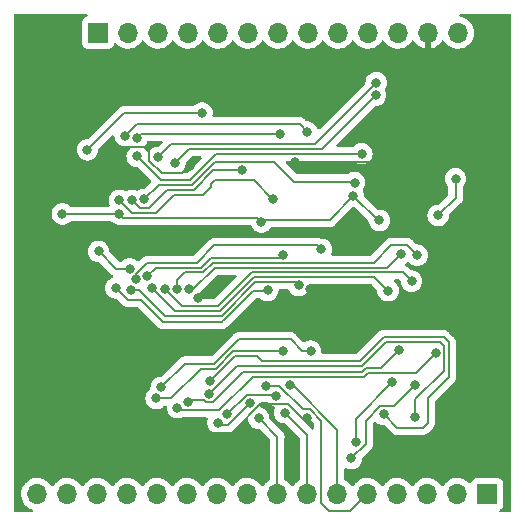
<source format=gbr>
%TF.GenerationSoftware,KiCad,Pcbnew,(6.0.0-0)*%
%TF.CreationDate,2022-01-17T21:16:47-05:00*%
%TF.ProjectId,Modules,4d6f6475-6c65-4732-9e6b-696361645f70,rev?*%
%TF.SameCoordinates,Original*%
%TF.FileFunction,Copper,L2,Bot*%
%TF.FilePolarity,Positive*%
%FSLAX46Y46*%
G04 Gerber Fmt 4.6, Leading zero omitted, Abs format (unit mm)*
G04 Created by KiCad (PCBNEW (6.0.0-0)) date 2022-01-17 21:16:47*
%MOMM*%
%LPD*%
G01*
G04 APERTURE LIST*
%TA.AperFunction,ComponentPad*%
%ADD10O,1.700000X1.700000*%
%TD*%
%TA.AperFunction,ComponentPad*%
%ADD11R,1.700000X1.700000*%
%TD*%
%TA.AperFunction,ViaPad*%
%ADD12C,0.800000*%
%TD*%
%TA.AperFunction,Conductor*%
%ADD13C,0.200000*%
%TD*%
G04 APERTURE END LIST*
D10*
%TO.P,J1,16,Pin_16*%
%TO.N,A0*%
X197750000Y-102825000D03*
%TO.P,J1,15,Pin_15*%
%TO.N,A1*%
X200290000Y-102825000D03*
%TO.P,J1,14,Pin_14*%
%TO.N,A2*%
X202830000Y-102825000D03*
%TO.P,J1,13,Pin_13*%
%TO.N,A3*%
X205370000Y-102825000D03*
%TO.P,J1,12,Pin_12*%
%TO.N,A4*%
X207910000Y-102825000D03*
%TO.P,J1,11,Pin_11*%
%TO.N,A5*%
X210450000Y-102825000D03*
%TO.P,J1,10,Pin_10*%
%TO.N,A6*%
X212990000Y-102825000D03*
%TO.P,J1,9,Pin_9*%
%TO.N,A7*%
X215530000Y-102825000D03*
%TO.P,J1,8,Pin_8*%
%TO.N,B0*%
X218070000Y-102825000D03*
%TO.P,J1,7,Pin_7*%
%TO.N,B1*%
X220610000Y-102825000D03*
%TO.P,J1,6,Pin_6*%
%TO.N,B2*%
X223150000Y-102825000D03*
%TO.P,J1,5,Pin_5*%
%TO.N,B3*%
X225690000Y-102825000D03*
%TO.P,J1,4,Pin_4*%
%TO.N,B4*%
X228230000Y-102825000D03*
%TO.P,J1,3,Pin_3*%
%TO.N,B5*%
X230770000Y-102825000D03*
%TO.P,J1,2,Pin_2*%
%TO.N,B6*%
X233310000Y-102825000D03*
D11*
%TO.P,J1,1,Pin_1*%
%TO.N,B7*%
X235850000Y-102825000D03*
%TD*%
%TO.P,JC,1,Pin_1*%
%TO.N,~{XOR}*%
X202900000Y-63750000D03*
D10*
%TO.P,JC,2,Pin_2*%
%TO.N,~{OR}*%
X205440000Y-63750000D03*
%TO.P,JC,3,Pin_3*%
%TO.N,~{AND}*%
X207980000Y-63750000D03*
%TO.P,JC,4,Pin_4*%
%TO.N,Q0*%
X210520000Y-63750000D03*
%TO.P,JC,5,Pin_5*%
%TO.N,Q1*%
X213060000Y-63750000D03*
%TO.P,JC,6,Pin_6*%
%TO.N,Q2*%
X215600000Y-63750000D03*
%TO.P,JC,7,Pin_7*%
%TO.N,Q3*%
X218140000Y-63750000D03*
%TO.P,JC,8,Pin_8*%
%TO.N,Q4*%
X220680000Y-63750000D03*
%TO.P,JC,9,Pin_9*%
%TO.N,Q5*%
X223220000Y-63750000D03*
%TO.P,JC,10,Pin_10*%
%TO.N,Q6*%
X225760000Y-63750000D03*
%TO.P,JC,11,Pin_11*%
%TO.N,Q7*%
X228300000Y-63750000D03*
%TO.P,JC,12,Pin_12*%
%TO.N,GND*%
X230840000Y-63750000D03*
%TO.P,JC,13,Pin_13*%
%TO.N,VCC*%
X233380000Y-63750000D03*
%TD*%
D12*
%TO.N,Net-(U3-Pad3)*%
X217250000Y-85575000D03*
X204400000Y-85375000D03*
%TO.N,Net-(U3-Pad6)*%
X205700000Y-85575000D03*
X219875000Y-85150000D03*
%TO.N,Net-(U3-Pad8)*%
X221812456Y-82096618D03*
X206125000Y-84650000D03*
%TO.N,Net-(U3-Pad11)*%
X218524210Y-82544001D03*
X207078109Y-84349018D03*
%TO.N,Net-(U5-Pad3)*%
X227454048Y-85599021D03*
X207506526Y-85417283D03*
%TO.N,Net-(U5-Pad6)*%
X229450000Y-84800000D03*
X208551743Y-85473257D03*
%TO.N,Net-(U5-Pad8)*%
X209550000Y-85421083D03*
X229925000Y-82601978D03*
%TO.N,Net-(U5-Pad11)*%
X210625000Y-85500000D03*
X228531181Y-82470232D03*
%TO.N,A6*%
X233173032Y-76126968D03*
X231700000Y-79225000D03*
%TO.N,Net-(U6-Pad2)*%
X204700000Y-77950000D03*
X217675000Y-77800000D03*
%TO.N,Net-(U6-Pad3)*%
X215050000Y-75425000D03*
X205798208Y-77966036D03*
%TO.N,Net-(U6-Pad6)*%
X224625000Y-76449500D03*
X206794201Y-77882359D03*
%TO.N,Net-(U6-Pad7)*%
X206221293Y-74226470D03*
X225224260Y-74011487D03*
%TO.N,Net-(U6-Pad8)*%
X208000000Y-74325000D03*
X226450000Y-68000000D03*
%TO.N,Net-(U6-Pad9)*%
X209410744Y-74771080D03*
X226400000Y-69050000D03*
%TO.N,Net-(U6-Pad4)*%
X205197388Y-72491926D03*
X220599507Y-72165028D03*
%TO.N,Net-(U6-Pad5)*%
X218307122Y-72307122D03*
X206174058Y-72704344D03*
%TO.N,VCC*%
X205581695Y-83754062D03*
X202950000Y-82275000D03*
X199875989Y-79100000D03*
X204700000Y-79100000D03*
X202000000Y-73675000D03*
X211700000Y-70550000D03*
X216729373Y-79779852D03*
%TO.N,GND*%
X204475000Y-69200000D03*
X202725000Y-77150000D03*
X201792878Y-89182122D03*
X229025527Y-74625980D03*
X219549701Y-74710987D03*
X210661637Y-75015550D03*
X230424500Y-85816167D03*
X220825000Y-85500000D03*
X211331755Y-86206755D03*
%TO.N,Net-(U8-Pad3)*%
X227081686Y-96067442D03*
X212400000Y-93250000D03*
%TO.N,GND*%
X211775000Y-97025000D03*
X220550000Y-96350000D03*
X230925500Y-98113583D03*
%TO.N,Net-(U8-Pad6)*%
X229770689Y-96322831D03*
X212332933Y-94322249D03*
%TO.N,VCC*%
X226725000Y-79650000D03*
X224525000Y-77600000D03*
%TO.N,Net-(U1-Pad2)*%
X215761131Y-95099625D03*
X213050000Y-96775000D03*
%TO.N,Net-(U7-Pad6)*%
X218005098Y-94523545D03*
X213835756Y-96035756D03*
%TO.N,Net-(U7-Pad8)*%
X208246109Y-93800849D03*
X220900000Y-90725000D03*
%TO.N,Net-(U7-Pad11)*%
X207825500Y-94722353D03*
X218587075Y-90736125D03*
%TO.N,Net-(U8-Pad11)*%
X228375500Y-90649011D03*
X210499643Y-95021749D03*
%TO.N,Net-(U8-Pad8)*%
X231475989Y-90903304D03*
X209624011Y-95516798D03*
%TO.N,B3*%
X217117579Y-93650499D03*
%TO.N,B2*%
X219166133Y-93616132D03*
%TO.N,B1*%
X218711789Y-95922546D03*
%TO.N,B0*%
X216501821Y-96403994D03*
%TO.N,A7*%
X227824500Y-93375000D03*
X224705378Y-98455378D03*
%TO.N,A6*%
X229774500Y-93575000D03*
X224350000Y-99800000D03*
%TD*%
D13*
%TO.N,VCC*%
X204700000Y-79100000D02*
X199875989Y-79100000D01*
%TO.N,B3*%
X217117579Y-93650499D02*
X218211255Y-93650499D01*
X218211255Y-93650499D02*
X220211255Y-95650499D01*
X220839744Y-95650499D02*
X221800000Y-96610755D01*
X222475000Y-104275000D02*
X224240000Y-104275000D01*
X220211255Y-95650499D02*
X220839744Y-95650499D01*
X224240000Y-104275000D02*
X225690000Y-102825000D01*
X221800000Y-96610755D02*
X221800000Y-103600000D01*
X221800000Y-103600000D02*
X222475000Y-104275000D01*
%TO.N,B2*%
X223150000Y-97395762D02*
X223150000Y-102825000D01*
%TO.N,B1*%
X220610000Y-97820757D02*
X220610000Y-102825000D01*
%TO.N,B0*%
X218075000Y-97977173D02*
X218070000Y-97982173D01*
X218070000Y-97982173D02*
X218070000Y-102825000D01*
X218075000Y-97977173D02*
X216501821Y-96403994D01*
%TO.N,A6*%
X229774500Y-93575000D02*
X227981559Y-95367941D01*
X225550000Y-96609883D02*
X225550000Y-98600000D01*
%TO.N,A7*%
X227824500Y-93375000D02*
X224705378Y-96494122D01*
X224705378Y-96494122D02*
X224705378Y-98455378D01*
%TO.N,A6*%
X226791942Y-95367941D02*
X225550000Y-96609883D01*
X227981559Y-95367941D02*
X226791942Y-95367941D01*
X225550000Y-98600000D02*
X224350000Y-99800000D01*
%TO.N,VCC*%
X211700000Y-70550000D02*
X205125000Y-70550000D01*
X205125000Y-70550000D02*
X202000000Y-73675000D01*
%TO.N,GND*%
X229025527Y-74625980D02*
X229025527Y-70199473D01*
X229025527Y-70199473D02*
X230840000Y-68385000D01*
X230840000Y-68385000D02*
X230840000Y-63750000D01*
%TO.N,Net-(U6-Pad7)*%
X210675000Y-76250000D02*
X212913514Y-74011486D01*
X208244823Y-76250000D02*
X210675000Y-76250000D01*
X206221293Y-74226470D02*
X208244823Y-76250000D01*
X212913514Y-74011486D02*
X225224260Y-74011487D01*
%TO.N,GND*%
X219549701Y-74710987D02*
X228940520Y-74710987D01*
X228940520Y-74710987D02*
X229025527Y-74625980D01*
%TO.N,Net-(U6-Pad6)*%
X219500000Y-76375000D02*
X224550500Y-76375000D01*
X217825000Y-74700000D02*
X219500000Y-76375000D01*
X212800000Y-74700000D02*
X217825000Y-74700000D01*
X210865484Y-76624510D02*
X210875490Y-76624510D01*
X206794201Y-77882359D02*
X208027049Y-76649511D01*
X224550500Y-76375000D02*
X224625000Y-76449500D01*
X210875490Y-76624510D02*
X212800000Y-74700000D01*
X210840482Y-76649511D02*
X210865484Y-76624510D01*
X208027049Y-76649511D02*
X210840482Y-76649511D01*
%TO.N,Net-(U5-Pad3)*%
X226303713Y-84448686D02*
X227454048Y-85599021D01*
X207506526Y-85417283D02*
X209439243Y-87350000D01*
X211865973Y-87309027D02*
X213205966Y-87309027D01*
X211825000Y-87350000D02*
X211865973Y-87309027D01*
X209439243Y-87350000D02*
X211825000Y-87350000D01*
X216066308Y-84448686D02*
X226303713Y-84448686D01*
X213205966Y-87309027D02*
X216066308Y-84448686D01*
%TO.N,Net-(U5-Pad11)*%
X210625000Y-85500000D02*
X210919979Y-85500000D01*
X210919979Y-85500000D02*
X212770315Y-83649664D01*
X227358400Y-83643013D02*
X228531181Y-82470232D01*
X212770315Y-83649664D02*
X218992402Y-83649664D01*
X218999053Y-83643013D02*
X227358400Y-83643013D01*
X218992402Y-83649664D02*
X218999053Y-83643013D01*
%TO.N,Net-(U3-Pad8)*%
X206125000Y-84650000D02*
X206125000Y-84200000D01*
X207075000Y-83250000D02*
X211250000Y-83250000D01*
X206125000Y-84200000D02*
X207075000Y-83250000D01*
X211250000Y-83250000D02*
X212750000Y-81750000D01*
X212750000Y-81750000D02*
X221465838Y-81750000D01*
X221465838Y-81750000D02*
X221812456Y-82096618D01*
%TO.N,Net-(U5-Pad8)*%
X211805965Y-84049021D02*
X212611484Y-83243502D01*
X212611484Y-83243502D02*
X226231498Y-83243502D01*
%TO.N,Net-(U3-Pad11)*%
X212439351Y-82850643D02*
X211640482Y-83649511D01*
X212449357Y-82850643D02*
X212439351Y-82850643D01*
X211640482Y-83649511D02*
X207777616Y-83649511D01*
%TO.N,Net-(U5-Pad8)*%
X210235985Y-84049022D02*
X211805965Y-84049021D01*
%TO.N,Net-(U3-Pad11)*%
X212475000Y-82825000D02*
X212449357Y-82850643D01*
%TO.N,Net-(U5-Pad8)*%
X229093753Y-81770731D02*
X229925000Y-82601978D01*
X226231498Y-83243502D02*
X227704269Y-81770731D01*
X209550000Y-84735007D02*
X210235985Y-84049022D01*
%TO.N,Net-(U3-Pad11)*%
X207777616Y-83649511D02*
X207078109Y-84349018D01*
%TO.N,Net-(U5-Pad8)*%
X227704269Y-81770731D02*
X229093753Y-81770731D01*
X209550000Y-85421083D02*
X209550000Y-84735007D01*
%TO.N,Net-(U3-Pad11)*%
X218524210Y-82544001D02*
X218243211Y-82825000D01*
X218243211Y-82825000D02*
X212475000Y-82825000D01*
%TO.N,Net-(U3-Pad3)*%
X217175000Y-85650000D02*
X217250000Y-85575000D01*
X215994982Y-85650000D02*
X217175000Y-85650000D01*
X213536934Y-88108048D02*
X215994982Y-85650000D01*
%TO.N,Net-(U3-Pad6)*%
X206375000Y-85575000D02*
X208550000Y-87750000D01*
%TO.N,Net-(U5-Pad6)*%
X219164535Y-84042524D02*
X219157884Y-84049175D01*
%TO.N,Net-(U3-Pad3)*%
X213375000Y-88225000D02*
X213491952Y-88108048D01*
X206525000Y-86375000D02*
X208375000Y-88225000D01*
%TO.N,Net-(U5-Pad6)*%
X229450000Y-84800000D02*
X228692524Y-84042524D01*
X219157884Y-84049175D02*
X215900825Y-84049175D01*
%TO.N,Net-(U3-Pad3)*%
X205400000Y-86375000D02*
X206525000Y-86375000D01*
X204400000Y-85375000D02*
X205400000Y-86375000D01*
%TO.N,Net-(U3-Pad6)*%
X219600499Y-84875499D02*
X219875000Y-85150000D01*
X213296451Y-87708537D02*
X213371450Y-87708537D01*
%TO.N,Net-(U3-Pad3)*%
X213491952Y-88108048D02*
X213536934Y-88108048D01*
%TO.N,Net-(U3-Pad6)*%
X205700000Y-85575000D02*
X206375000Y-85575000D01*
%TO.N,Net-(U3-Pad3)*%
X208375000Y-88225000D02*
X213375000Y-88225000D01*
%TO.N,Net-(U3-Pad6)*%
X213371450Y-87708537D02*
X216204489Y-84875499D01*
X208550000Y-87750000D02*
X213254988Y-87750000D01*
X213254988Y-87750000D02*
X213296451Y-87708537D01*
X216204489Y-84875499D02*
X219600499Y-84875499D01*
%TO.N,Net-(U5-Pad6)*%
X228692524Y-84042524D02*
X219164535Y-84042524D01*
X215900825Y-84049175D02*
X213040484Y-86909516D01*
X209988002Y-86909516D02*
X208551743Y-85473257D01*
X213040484Y-86909516D02*
X209988002Y-86909516D01*
%TO.N,Net-(U7-Pad6)*%
X217881677Y-94400124D02*
X218005098Y-94523545D01*
%TO.N,GND*%
X212400000Y-97650000D02*
X211775000Y-97025000D01*
X219001533Y-95223045D02*
X216626955Y-95223045D01*
%TO.N,Net-(U7-Pad6)*%
X213835756Y-96035756D02*
X215471387Y-94400124D01*
%TO.N,GND*%
X220550000Y-96350000D02*
X220128488Y-96350000D01*
X216626955Y-95223045D02*
X214200000Y-97650000D01*
X220128488Y-96350000D02*
X219001533Y-95223045D01*
%TO.N,Net-(U7-Pad6)*%
X215471387Y-94400124D02*
X217881677Y-94400124D01*
%TO.N,GND*%
X214200000Y-97650000D02*
X212400000Y-97650000D01*
%TO.N,B1*%
X220610000Y-97820757D02*
X218711789Y-95922546D01*
%TO.N,Net-(U8-Pad8)*%
X209624011Y-95516798D02*
X209828463Y-95721250D01*
X209828463Y-95721250D02*
X213161017Y-95721250D01*
X213161017Y-95721250D02*
X216008735Y-92873532D01*
X225446448Y-92873532D02*
X225770469Y-92549511D01*
X216008735Y-92873532D02*
X225446448Y-92873532D01*
X225770469Y-92549511D02*
X229829782Y-92549511D01*
X229829782Y-92549511D02*
X231475989Y-90903304D01*
%TO.N,Net-(U8-Pad6)*%
X212332933Y-94322249D02*
X214705671Y-91949511D01*
X214705671Y-91949511D02*
X216584517Y-91949511D01*
X216584517Y-91949511D02*
X216585495Y-91950489D01*
X225239504Y-91950489D02*
X227240483Y-89949511D01*
X216585495Y-91950489D02*
X225239504Y-91950489D01*
X227240483Y-89949511D02*
X231849511Y-89949511D01*
X231849511Y-89949511D02*
X232175489Y-90275489D01*
X232175489Y-90275489D02*
X232175489Y-92374511D01*
X232175489Y-92374511D02*
X229770689Y-94779311D01*
X229770689Y-94779311D02*
X229770689Y-96322831D01*
%TO.N,Net-(U8-Pad3)*%
X230375000Y-97225000D02*
X228250000Y-97225000D01*
X230825000Y-96775000D02*
X230375000Y-97225000D01*
X232575000Y-89975000D02*
X232575000Y-92950000D01*
X216750978Y-91550978D02*
X225074022Y-91550978D01*
%TO.N,Net-(U8-Pad11)*%
X215170406Y-92474021D02*
X225280966Y-92474021D01*
%TO.N,Net-(U8-Pad3)*%
X214500000Y-91150000D02*
X216350000Y-91150000D01*
%TO.N,Net-(U8-Pad11)*%
X225604986Y-92150001D02*
X226874510Y-92150001D01*
%TO.N,Net-(U8-Pad3)*%
X212400000Y-93250000D02*
X214500000Y-91150000D01*
%TO.N,Net-(U8-Pad11)*%
X212043189Y-95021750D02*
X212622677Y-95021750D01*
%TO.N,Net-(U8-Pad3)*%
X216350000Y-91150000D02*
X216750978Y-91550978D01*
X227075001Y-89550000D02*
X232150000Y-89550000D01*
X232150000Y-89550000D02*
X232575000Y-89975000D01*
%TO.N,Net-(U8-Pad11)*%
X225280966Y-92474021D02*
X225604986Y-92150001D01*
%TO.N,Net-(U8-Pad3)*%
X232575000Y-92950000D02*
X230825000Y-94700000D01*
X225074022Y-91550978D02*
X227075001Y-89550000D01*
X228250000Y-97225000D02*
X227092442Y-96067442D01*
X230825000Y-94700000D02*
X230825000Y-96775000D01*
X227092442Y-96067442D02*
X227081686Y-96067442D01*
%TO.N,Net-(U8-Pad11)*%
X210499643Y-95021749D02*
X210689948Y-94831444D01*
X210689948Y-94831444D02*
X211852883Y-94831444D01*
X211852883Y-94831444D02*
X212043189Y-95021750D01*
X212622677Y-95021750D02*
X215170406Y-92474021D01*
X226874510Y-92150001D02*
X228375500Y-90649011D01*
%TO.N,Net-(U1-Pad2)*%
X213275000Y-97000000D02*
X213860756Y-97000000D01*
X213050000Y-96775000D02*
X213275000Y-97000000D01*
X213860756Y-97000000D02*
X215761131Y-95099625D01*
%TO.N,GND*%
X210661637Y-75015550D02*
X210661637Y-75038363D01*
X210661637Y-75038363D02*
X210050000Y-75650000D01*
X210050000Y-75650000D02*
X208275000Y-75650000D01*
X205025000Y-73475000D02*
X202725000Y-75775000D01*
X208275000Y-75650000D02*
X207225000Y-74600000D01*
X207225000Y-74600000D02*
X207225000Y-73900000D01*
X207225000Y-73900000D02*
X206800000Y-73475000D01*
X206800000Y-73475000D02*
X205025000Y-73475000D01*
X202725000Y-75775000D02*
X202725000Y-77150000D01*
%TO.N,Net-(U6-Pad9)*%
X210569848Y-73611976D02*
X209410744Y-74771080D01*
%TO.N,Net-(U6-Pad8)*%
X209112536Y-73212464D02*
X208000000Y-74325000D01*
%TO.N,Net-(U6-Pad9)*%
X221838024Y-73611976D02*
X210569848Y-73611976D01*
X226400000Y-69050000D02*
X221838024Y-73611976D01*
%TO.N,Net-(U6-Pad8)*%
X226450000Y-68000000D02*
X221237536Y-73212464D01*
X221237536Y-73212464D02*
X209112536Y-73212464D01*
%TO.N,Net-(U6-Pad3)*%
X211025979Y-77049021D02*
X208725979Y-77049021D01*
X215050000Y-75425000D02*
X212975000Y-75425000D01*
X208725979Y-77049021D02*
X207175000Y-78600000D01*
X212975000Y-75425000D02*
X212950000Y-75400000D01*
X212950000Y-75400000D02*
X212675000Y-75400000D01*
X206432172Y-78600000D02*
X205798208Y-77966036D01*
X212675000Y-75400000D02*
X211025979Y-77049021D01*
X207175000Y-78600000D02*
X206432172Y-78600000D01*
%TO.N,Net-(U6-Pad4)*%
X219959479Y-71525000D02*
X206164314Y-71525000D01*
%TO.N,Net-(U6-Pad5)*%
X206571280Y-72307122D02*
X206174058Y-72704344D01*
X218307122Y-72307122D02*
X206571280Y-72307122D01*
%TO.N,Net-(U6-Pad4)*%
X220599507Y-72165028D02*
X219959479Y-71525000D01*
X206164314Y-71525000D02*
X205197388Y-72491926D01*
%TO.N,VCC*%
X204429062Y-83754062D02*
X205581695Y-83754062D01*
X202950000Y-82275000D02*
X204429062Y-83754062D01*
%TO.N,A6*%
X231700000Y-79225000D02*
X233173032Y-77751968D01*
X233173032Y-77751968D02*
X233173032Y-76126968D01*
%TO.N,VCC*%
X205024510Y-79424510D02*
X216374031Y-79424510D01*
X216910714Y-79598511D02*
X216729373Y-79779852D01*
X216374031Y-79424510D02*
X216729373Y-79779852D01*
X224525000Y-77600000D02*
X222526489Y-79598511D01*
X222526489Y-79598511D02*
X216910714Y-79598511D01*
X204700000Y-79100000D02*
X205024510Y-79424510D01*
%TO.N,Net-(U6-Pad2)*%
X212450000Y-76600000D02*
X212775000Y-76275000D01*
X205775000Y-79025000D02*
X207775000Y-79025000D01*
X207775000Y-79025000D02*
X209325000Y-77475000D01*
X212450000Y-76800000D02*
X212450000Y-76600000D01*
X204700000Y-77950000D02*
X205775000Y-79025000D01*
X216125000Y-76275000D02*
X217650000Y-77800000D01*
X212775000Y-76275000D02*
X216125000Y-76275000D01*
X211775000Y-77475000D02*
X212450000Y-76800000D01*
X209325000Y-77475000D02*
X211775000Y-77475000D01*
X217650000Y-77800000D02*
X217675000Y-77800000D01*
%TO.N,Net-(U7-Pad11)*%
X209109735Y-94722353D02*
X207825500Y-94722353D01*
%TO.N,Net-(U7-Pad8)*%
X214795012Y-89725000D02*
X212743944Y-91776068D01*
X220200000Y-90725000D02*
X219200000Y-89725000D01*
%TO.N,Net-(U7-Pad11)*%
X214359517Y-90725489D02*
X212888967Y-92196039D01*
%TO.N,Net-(U7-Pad8)*%
X210270890Y-91776068D02*
X208246109Y-93800849D01*
X220900000Y-90725000D02*
X220200000Y-90725000D01*
%TO.N,Net-(U7-Pad11)*%
X218576439Y-90725489D02*
X214359517Y-90725489D01*
%TO.N,Net-(U7-Pad8)*%
X212743944Y-91776068D02*
X210270890Y-91776068D01*
%TO.N,Net-(U7-Pad11)*%
X212888967Y-92196039D02*
X211636049Y-92196039D01*
X211636049Y-92196039D02*
X209109735Y-94722353D01*
X218587075Y-90736125D02*
X218576439Y-90725489D01*
%TO.N,Net-(U7-Pad8)*%
X219200000Y-89725000D02*
X214795012Y-89725000D01*
%TO.N,B2*%
X219370370Y-93616132D02*
X219166133Y-93616132D01*
X223150000Y-97395762D02*
X219370370Y-93616132D01*
%TO.N,VCC*%
X226575000Y-79650000D02*
X226725000Y-79650000D01*
X224525000Y-77600000D02*
X226575000Y-79650000D01*
%TD*%
%TA.AperFunction,Conductor*%
%TO.N,GND*%
G36*
X201953633Y-62178002D02*
G01*
X202000126Y-62231658D01*
X202010230Y-62301932D01*
X201980736Y-62366512D01*
X201929742Y-62401982D01*
X201833781Y-62437956D01*
X201803295Y-62449385D01*
X201686739Y-62536739D01*
X201599385Y-62653295D01*
X201548255Y-62789684D01*
X201541500Y-62851866D01*
X201541500Y-64648134D01*
X201548255Y-64710316D01*
X201599385Y-64846705D01*
X201686739Y-64963261D01*
X201803295Y-65050615D01*
X201939684Y-65101745D01*
X202001866Y-65108500D01*
X203798134Y-65108500D01*
X203860316Y-65101745D01*
X203996705Y-65050615D01*
X204113261Y-64963261D01*
X204200615Y-64846705D01*
X204222799Y-64787529D01*
X204244598Y-64729382D01*
X204287240Y-64672618D01*
X204353802Y-64647918D01*
X204423150Y-64663126D01*
X204457817Y-64691114D01*
X204486250Y-64723938D01*
X204658126Y-64866632D01*
X204851000Y-64979338D01*
X205059692Y-65059030D01*
X205064760Y-65060061D01*
X205064763Y-65060062D01*
X205159862Y-65079410D01*
X205278597Y-65103567D01*
X205283772Y-65103757D01*
X205283774Y-65103757D01*
X205496673Y-65111564D01*
X205496677Y-65111564D01*
X205501837Y-65111753D01*
X205506957Y-65111097D01*
X205506959Y-65111097D01*
X205718288Y-65084025D01*
X205718289Y-65084025D01*
X205723416Y-65083368D01*
X205728366Y-65081883D01*
X205932429Y-65020661D01*
X205932434Y-65020659D01*
X205937384Y-65019174D01*
X206137994Y-64920896D01*
X206319860Y-64791173D01*
X206478096Y-64633489D01*
X206608453Y-64452077D01*
X206609776Y-64453028D01*
X206656645Y-64409857D01*
X206726580Y-64397625D01*
X206792026Y-64425144D01*
X206819875Y-64456994D01*
X206879987Y-64555088D01*
X207026250Y-64723938D01*
X207198126Y-64866632D01*
X207391000Y-64979338D01*
X207599692Y-65059030D01*
X207604760Y-65060061D01*
X207604763Y-65060062D01*
X207699862Y-65079410D01*
X207818597Y-65103567D01*
X207823772Y-65103757D01*
X207823774Y-65103757D01*
X208036673Y-65111564D01*
X208036677Y-65111564D01*
X208041837Y-65111753D01*
X208046957Y-65111097D01*
X208046959Y-65111097D01*
X208258288Y-65084025D01*
X208258289Y-65084025D01*
X208263416Y-65083368D01*
X208268366Y-65081883D01*
X208472429Y-65020661D01*
X208472434Y-65020659D01*
X208477384Y-65019174D01*
X208677994Y-64920896D01*
X208859860Y-64791173D01*
X209018096Y-64633489D01*
X209148453Y-64452077D01*
X209149776Y-64453028D01*
X209196645Y-64409857D01*
X209266580Y-64397625D01*
X209332026Y-64425144D01*
X209359875Y-64456994D01*
X209419987Y-64555088D01*
X209566250Y-64723938D01*
X209738126Y-64866632D01*
X209931000Y-64979338D01*
X210139692Y-65059030D01*
X210144760Y-65060061D01*
X210144763Y-65060062D01*
X210239862Y-65079410D01*
X210358597Y-65103567D01*
X210363772Y-65103757D01*
X210363774Y-65103757D01*
X210576673Y-65111564D01*
X210576677Y-65111564D01*
X210581837Y-65111753D01*
X210586957Y-65111097D01*
X210586959Y-65111097D01*
X210798288Y-65084025D01*
X210798289Y-65084025D01*
X210803416Y-65083368D01*
X210808366Y-65081883D01*
X211012429Y-65020661D01*
X211012434Y-65020659D01*
X211017384Y-65019174D01*
X211217994Y-64920896D01*
X211399860Y-64791173D01*
X211558096Y-64633489D01*
X211688453Y-64452077D01*
X211689776Y-64453028D01*
X211736645Y-64409857D01*
X211806580Y-64397625D01*
X211872026Y-64425144D01*
X211899875Y-64456994D01*
X211959987Y-64555088D01*
X212106250Y-64723938D01*
X212278126Y-64866632D01*
X212471000Y-64979338D01*
X212679692Y-65059030D01*
X212684760Y-65060061D01*
X212684763Y-65060062D01*
X212779862Y-65079410D01*
X212898597Y-65103567D01*
X212903772Y-65103757D01*
X212903774Y-65103757D01*
X213116673Y-65111564D01*
X213116677Y-65111564D01*
X213121837Y-65111753D01*
X213126957Y-65111097D01*
X213126959Y-65111097D01*
X213338288Y-65084025D01*
X213338289Y-65084025D01*
X213343416Y-65083368D01*
X213348366Y-65081883D01*
X213552429Y-65020661D01*
X213552434Y-65020659D01*
X213557384Y-65019174D01*
X213757994Y-64920896D01*
X213939860Y-64791173D01*
X214098096Y-64633489D01*
X214228453Y-64452077D01*
X214229776Y-64453028D01*
X214276645Y-64409857D01*
X214346580Y-64397625D01*
X214412026Y-64425144D01*
X214439875Y-64456994D01*
X214499987Y-64555088D01*
X214646250Y-64723938D01*
X214818126Y-64866632D01*
X215011000Y-64979338D01*
X215219692Y-65059030D01*
X215224760Y-65060061D01*
X215224763Y-65060062D01*
X215319862Y-65079410D01*
X215438597Y-65103567D01*
X215443772Y-65103757D01*
X215443774Y-65103757D01*
X215656673Y-65111564D01*
X215656677Y-65111564D01*
X215661837Y-65111753D01*
X215666957Y-65111097D01*
X215666959Y-65111097D01*
X215878288Y-65084025D01*
X215878289Y-65084025D01*
X215883416Y-65083368D01*
X215888366Y-65081883D01*
X216092429Y-65020661D01*
X216092434Y-65020659D01*
X216097384Y-65019174D01*
X216297994Y-64920896D01*
X216479860Y-64791173D01*
X216638096Y-64633489D01*
X216768453Y-64452077D01*
X216769776Y-64453028D01*
X216816645Y-64409857D01*
X216886580Y-64397625D01*
X216952026Y-64425144D01*
X216979875Y-64456994D01*
X217039987Y-64555088D01*
X217186250Y-64723938D01*
X217358126Y-64866632D01*
X217551000Y-64979338D01*
X217759692Y-65059030D01*
X217764760Y-65060061D01*
X217764763Y-65060062D01*
X217859862Y-65079410D01*
X217978597Y-65103567D01*
X217983772Y-65103757D01*
X217983774Y-65103757D01*
X218196673Y-65111564D01*
X218196677Y-65111564D01*
X218201837Y-65111753D01*
X218206957Y-65111097D01*
X218206959Y-65111097D01*
X218418288Y-65084025D01*
X218418289Y-65084025D01*
X218423416Y-65083368D01*
X218428366Y-65081883D01*
X218632429Y-65020661D01*
X218632434Y-65020659D01*
X218637384Y-65019174D01*
X218837994Y-64920896D01*
X219019860Y-64791173D01*
X219178096Y-64633489D01*
X219308453Y-64452077D01*
X219309776Y-64453028D01*
X219356645Y-64409857D01*
X219426580Y-64397625D01*
X219492026Y-64425144D01*
X219519875Y-64456994D01*
X219579987Y-64555088D01*
X219726250Y-64723938D01*
X219898126Y-64866632D01*
X220091000Y-64979338D01*
X220299692Y-65059030D01*
X220304760Y-65060061D01*
X220304763Y-65060062D01*
X220399862Y-65079410D01*
X220518597Y-65103567D01*
X220523772Y-65103757D01*
X220523774Y-65103757D01*
X220736673Y-65111564D01*
X220736677Y-65111564D01*
X220741837Y-65111753D01*
X220746957Y-65111097D01*
X220746959Y-65111097D01*
X220958288Y-65084025D01*
X220958289Y-65084025D01*
X220963416Y-65083368D01*
X220968366Y-65081883D01*
X221172429Y-65020661D01*
X221172434Y-65020659D01*
X221177384Y-65019174D01*
X221377994Y-64920896D01*
X221559860Y-64791173D01*
X221718096Y-64633489D01*
X221848453Y-64452077D01*
X221849776Y-64453028D01*
X221896645Y-64409857D01*
X221966580Y-64397625D01*
X222032026Y-64425144D01*
X222059875Y-64456994D01*
X222119987Y-64555088D01*
X222266250Y-64723938D01*
X222438126Y-64866632D01*
X222631000Y-64979338D01*
X222839692Y-65059030D01*
X222844760Y-65060061D01*
X222844763Y-65060062D01*
X222939862Y-65079410D01*
X223058597Y-65103567D01*
X223063772Y-65103757D01*
X223063774Y-65103757D01*
X223276673Y-65111564D01*
X223276677Y-65111564D01*
X223281837Y-65111753D01*
X223286957Y-65111097D01*
X223286959Y-65111097D01*
X223498288Y-65084025D01*
X223498289Y-65084025D01*
X223503416Y-65083368D01*
X223508366Y-65081883D01*
X223712429Y-65020661D01*
X223712434Y-65020659D01*
X223717384Y-65019174D01*
X223917994Y-64920896D01*
X224099860Y-64791173D01*
X224258096Y-64633489D01*
X224388453Y-64452077D01*
X224389776Y-64453028D01*
X224436645Y-64409857D01*
X224506580Y-64397625D01*
X224572026Y-64425144D01*
X224599875Y-64456994D01*
X224659987Y-64555088D01*
X224806250Y-64723938D01*
X224978126Y-64866632D01*
X225171000Y-64979338D01*
X225379692Y-65059030D01*
X225384760Y-65060061D01*
X225384763Y-65060062D01*
X225479862Y-65079410D01*
X225598597Y-65103567D01*
X225603772Y-65103757D01*
X225603774Y-65103757D01*
X225816673Y-65111564D01*
X225816677Y-65111564D01*
X225821837Y-65111753D01*
X225826957Y-65111097D01*
X225826959Y-65111097D01*
X226038288Y-65084025D01*
X226038289Y-65084025D01*
X226043416Y-65083368D01*
X226048366Y-65081883D01*
X226252429Y-65020661D01*
X226252434Y-65020659D01*
X226257384Y-65019174D01*
X226457994Y-64920896D01*
X226639860Y-64791173D01*
X226798096Y-64633489D01*
X226928453Y-64452077D01*
X226929776Y-64453028D01*
X226976645Y-64409857D01*
X227046580Y-64397625D01*
X227112026Y-64425144D01*
X227139875Y-64456994D01*
X227199987Y-64555088D01*
X227346250Y-64723938D01*
X227518126Y-64866632D01*
X227711000Y-64979338D01*
X227919692Y-65059030D01*
X227924760Y-65060061D01*
X227924763Y-65060062D01*
X228019862Y-65079410D01*
X228138597Y-65103567D01*
X228143772Y-65103757D01*
X228143774Y-65103757D01*
X228356673Y-65111564D01*
X228356677Y-65111564D01*
X228361837Y-65111753D01*
X228366957Y-65111097D01*
X228366959Y-65111097D01*
X228578288Y-65084025D01*
X228578289Y-65084025D01*
X228583416Y-65083368D01*
X228588366Y-65081883D01*
X228792429Y-65020661D01*
X228792434Y-65020659D01*
X228797384Y-65019174D01*
X228997994Y-64920896D01*
X229179860Y-64791173D01*
X229338096Y-64633489D01*
X229468453Y-64452077D01*
X229469640Y-64452930D01*
X229516960Y-64409362D01*
X229586897Y-64397145D01*
X229652338Y-64424678D01*
X229680166Y-64456511D01*
X229737694Y-64550388D01*
X229743777Y-64558699D01*
X229883213Y-64719667D01*
X229890580Y-64726883D01*
X230054434Y-64862916D01*
X230062881Y-64868831D01*
X230246756Y-64976279D01*
X230256042Y-64980729D01*
X230455001Y-65056703D01*
X230464899Y-65059579D01*
X230568250Y-65080606D01*
X230582299Y-65079410D01*
X230586000Y-65069065D01*
X230586000Y-63622000D01*
X230606002Y-63553879D01*
X230659658Y-63507386D01*
X230712000Y-63496000D01*
X230968000Y-63496000D01*
X231036121Y-63516002D01*
X231082614Y-63569658D01*
X231094000Y-63622000D01*
X231094000Y-65068517D01*
X231098064Y-65082359D01*
X231111478Y-65084393D01*
X231118184Y-65083534D01*
X231128262Y-65081392D01*
X231332255Y-65020191D01*
X231341842Y-65016433D01*
X231533095Y-64922739D01*
X231541945Y-64917464D01*
X231715328Y-64793792D01*
X231723200Y-64787139D01*
X231874052Y-64636812D01*
X231880730Y-64628965D01*
X232008022Y-64451819D01*
X232009279Y-64452722D01*
X232056373Y-64409362D01*
X232126311Y-64397145D01*
X232191751Y-64424678D01*
X232219579Y-64456511D01*
X232279987Y-64555088D01*
X232426250Y-64723938D01*
X232598126Y-64866632D01*
X232791000Y-64979338D01*
X232999692Y-65059030D01*
X233004760Y-65060061D01*
X233004763Y-65060062D01*
X233099862Y-65079410D01*
X233218597Y-65103567D01*
X233223772Y-65103757D01*
X233223774Y-65103757D01*
X233436673Y-65111564D01*
X233436677Y-65111564D01*
X233441837Y-65111753D01*
X233446957Y-65111097D01*
X233446959Y-65111097D01*
X233658288Y-65084025D01*
X233658289Y-65084025D01*
X233663416Y-65083368D01*
X233668366Y-65081883D01*
X233872429Y-65020661D01*
X233872434Y-65020659D01*
X233877384Y-65019174D01*
X234077994Y-64920896D01*
X234259860Y-64791173D01*
X234418096Y-64633489D01*
X234548453Y-64452077D01*
X234561995Y-64424678D01*
X234645136Y-64256453D01*
X234645137Y-64256451D01*
X234647430Y-64251811D01*
X234712370Y-64038069D01*
X234741529Y-63816590D01*
X234743156Y-63750000D01*
X234724852Y-63527361D01*
X234670431Y-63310702D01*
X234581354Y-63105840D01*
X234460014Y-62918277D01*
X234309670Y-62753051D01*
X234305619Y-62749852D01*
X234305615Y-62749848D01*
X234138414Y-62617800D01*
X234138410Y-62617798D01*
X234134359Y-62614598D01*
X234098028Y-62594542D01*
X234082136Y-62585769D01*
X233938789Y-62506638D01*
X233933920Y-62504914D01*
X233933916Y-62504912D01*
X233733087Y-62433795D01*
X233733083Y-62433794D01*
X233728212Y-62432069D01*
X233723119Y-62431162D01*
X233723116Y-62431161D01*
X233593353Y-62408047D01*
X233529795Y-62376409D01*
X233493432Y-62315432D01*
X233495809Y-62244475D01*
X233536170Y-62186067D01*
X233601702Y-62158752D01*
X233615449Y-62158000D01*
X237766000Y-62158000D01*
X237834121Y-62178002D01*
X237880614Y-62231658D01*
X237892000Y-62284000D01*
X237892000Y-104241000D01*
X237871998Y-104309121D01*
X237818342Y-104355614D01*
X237766000Y-104367000D01*
X236995678Y-104367000D01*
X236927557Y-104346998D01*
X236881064Y-104293342D01*
X236870960Y-104223068D01*
X236900454Y-104158488D01*
X236935169Y-104130480D01*
X236938300Y-104128766D01*
X236946705Y-104125615D01*
X236986673Y-104095661D01*
X237028492Y-104064319D01*
X237063261Y-104038261D01*
X237150615Y-103921705D01*
X237201745Y-103785316D01*
X237208500Y-103723134D01*
X237208500Y-101926866D01*
X237201745Y-101864684D01*
X237150615Y-101728295D01*
X237063261Y-101611739D01*
X236946705Y-101524385D01*
X236810316Y-101473255D01*
X236748134Y-101466500D01*
X234951866Y-101466500D01*
X234889684Y-101473255D01*
X234753295Y-101524385D01*
X234636739Y-101611739D01*
X234549385Y-101728295D01*
X234546233Y-101736703D01*
X234504919Y-101846907D01*
X234462277Y-101903671D01*
X234395716Y-101928371D01*
X234326367Y-101913163D01*
X234293743Y-101887476D01*
X234243151Y-101831875D01*
X234243142Y-101831866D01*
X234239670Y-101828051D01*
X234235619Y-101824852D01*
X234235615Y-101824848D01*
X234068414Y-101692800D01*
X234068410Y-101692798D01*
X234064359Y-101689598D01*
X233868789Y-101581638D01*
X233863920Y-101579914D01*
X233863916Y-101579912D01*
X233663087Y-101508795D01*
X233663083Y-101508794D01*
X233658212Y-101507069D01*
X233653119Y-101506162D01*
X233653116Y-101506161D01*
X233443373Y-101468800D01*
X233443367Y-101468799D01*
X233438284Y-101467894D01*
X233364452Y-101466992D01*
X233220081Y-101465228D01*
X233220079Y-101465228D01*
X233214911Y-101465165D01*
X232994091Y-101498955D01*
X232781756Y-101568357D01*
X232583607Y-101671507D01*
X232579474Y-101674610D01*
X232579471Y-101674612D01*
X232409100Y-101802530D01*
X232404965Y-101805635D01*
X232365525Y-101846907D01*
X232311280Y-101903671D01*
X232250629Y-101967138D01*
X232143201Y-102124621D01*
X232088293Y-102169621D01*
X232017768Y-102177792D01*
X231954021Y-102146538D01*
X231933324Y-102122054D01*
X231852822Y-101997617D01*
X231852820Y-101997614D01*
X231850014Y-101993277D01*
X231699670Y-101828051D01*
X231695619Y-101824852D01*
X231695615Y-101824848D01*
X231528414Y-101692800D01*
X231528410Y-101692798D01*
X231524359Y-101689598D01*
X231328789Y-101581638D01*
X231323920Y-101579914D01*
X231323916Y-101579912D01*
X231123087Y-101508795D01*
X231123083Y-101508794D01*
X231118212Y-101507069D01*
X231113119Y-101506162D01*
X231113116Y-101506161D01*
X230903373Y-101468800D01*
X230903367Y-101468799D01*
X230898284Y-101467894D01*
X230824452Y-101466992D01*
X230680081Y-101465228D01*
X230680079Y-101465228D01*
X230674911Y-101465165D01*
X230454091Y-101498955D01*
X230241756Y-101568357D01*
X230043607Y-101671507D01*
X230039474Y-101674610D01*
X230039471Y-101674612D01*
X229869100Y-101802530D01*
X229864965Y-101805635D01*
X229825525Y-101846907D01*
X229771280Y-101903671D01*
X229710629Y-101967138D01*
X229603201Y-102124621D01*
X229548293Y-102169621D01*
X229477768Y-102177792D01*
X229414021Y-102146538D01*
X229393324Y-102122054D01*
X229312822Y-101997617D01*
X229312820Y-101997614D01*
X229310014Y-101993277D01*
X229159670Y-101828051D01*
X229155619Y-101824852D01*
X229155615Y-101824848D01*
X228988414Y-101692800D01*
X228988410Y-101692798D01*
X228984359Y-101689598D01*
X228788789Y-101581638D01*
X228783920Y-101579914D01*
X228783916Y-101579912D01*
X228583087Y-101508795D01*
X228583083Y-101508794D01*
X228578212Y-101507069D01*
X228573119Y-101506162D01*
X228573116Y-101506161D01*
X228363373Y-101468800D01*
X228363367Y-101468799D01*
X228358284Y-101467894D01*
X228284452Y-101466992D01*
X228140081Y-101465228D01*
X228140079Y-101465228D01*
X228134911Y-101465165D01*
X227914091Y-101498955D01*
X227701756Y-101568357D01*
X227503607Y-101671507D01*
X227499474Y-101674610D01*
X227499471Y-101674612D01*
X227329100Y-101802530D01*
X227324965Y-101805635D01*
X227285525Y-101846907D01*
X227231280Y-101903671D01*
X227170629Y-101967138D01*
X227063201Y-102124621D01*
X227008293Y-102169621D01*
X226937768Y-102177792D01*
X226874021Y-102146538D01*
X226853324Y-102122054D01*
X226772822Y-101997617D01*
X226772820Y-101997614D01*
X226770014Y-101993277D01*
X226619670Y-101828051D01*
X226615619Y-101824852D01*
X226615615Y-101824848D01*
X226448414Y-101692800D01*
X226448410Y-101692798D01*
X226444359Y-101689598D01*
X226248789Y-101581638D01*
X226243920Y-101579914D01*
X226243916Y-101579912D01*
X226043087Y-101508795D01*
X226043083Y-101508794D01*
X226038212Y-101507069D01*
X226033119Y-101506162D01*
X226033116Y-101506161D01*
X225823373Y-101468800D01*
X225823367Y-101468799D01*
X225818284Y-101467894D01*
X225744452Y-101466992D01*
X225600081Y-101465228D01*
X225600079Y-101465228D01*
X225594911Y-101465165D01*
X225374091Y-101498955D01*
X225161756Y-101568357D01*
X224963607Y-101671507D01*
X224959474Y-101674610D01*
X224959471Y-101674612D01*
X224789100Y-101802530D01*
X224784965Y-101805635D01*
X224745525Y-101846907D01*
X224691280Y-101903671D01*
X224630629Y-101967138D01*
X224523201Y-102124621D01*
X224468293Y-102169621D01*
X224397768Y-102177792D01*
X224334021Y-102146538D01*
X224313324Y-102122054D01*
X224232822Y-101997617D01*
X224232820Y-101997614D01*
X224230014Y-101993277D01*
X224079670Y-101828051D01*
X224075619Y-101824852D01*
X224075615Y-101824848D01*
X223908414Y-101692800D01*
X223908410Y-101692798D01*
X223904359Y-101689598D01*
X223823607Y-101645021D01*
X223773636Y-101594588D01*
X223758500Y-101534712D01*
X223758500Y-100725148D01*
X223778502Y-100657027D01*
X223832158Y-100610534D01*
X223902432Y-100600430D01*
X223935748Y-100610041D01*
X224061677Y-100666108D01*
X224061685Y-100666111D01*
X224067712Y-100668794D01*
X224161112Y-100688647D01*
X224248056Y-100707128D01*
X224248061Y-100707128D01*
X224254513Y-100708500D01*
X224445487Y-100708500D01*
X224451939Y-100707128D01*
X224451944Y-100707128D01*
X224538887Y-100688647D01*
X224632288Y-100668794D01*
X224638321Y-100666108D01*
X224800722Y-100593803D01*
X224800724Y-100593802D01*
X224806752Y-100591118D01*
X224961253Y-100478866D01*
X225089040Y-100336944D01*
X225184527Y-100171556D01*
X225243542Y-99989928D01*
X225263504Y-99800000D01*
X225263316Y-99798214D01*
X225282816Y-99731804D01*
X225299719Y-99710830D01*
X225946234Y-99064315D01*
X225958625Y-99053448D01*
X225977437Y-99039013D01*
X225983987Y-99033987D01*
X226008474Y-99002075D01*
X226008477Y-99002072D01*
X226081523Y-98906876D01*
X226081524Y-98906875D01*
X226142838Y-98758850D01*
X226158500Y-98639885D01*
X226158500Y-98639878D01*
X226163750Y-98600000D01*
X226159578Y-98568307D01*
X226158500Y-98551864D01*
X226158500Y-96914122D01*
X226178502Y-96846001D01*
X226195405Y-96825027D01*
X226283535Y-96736897D01*
X226345847Y-96702871D01*
X226416662Y-96707936D01*
X226460443Y-96737717D01*
X226461106Y-96736981D01*
X226466014Y-96741401D01*
X226470433Y-96746308D01*
X226475775Y-96750189D01*
X226475777Y-96750191D01*
X226619592Y-96854679D01*
X226624934Y-96858560D01*
X226630962Y-96861244D01*
X226630964Y-96861245D01*
X226793367Y-96933551D01*
X226799398Y-96936236D01*
X226892799Y-96956089D01*
X226979742Y-96974570D01*
X226979747Y-96974570D01*
X226986199Y-96975942D01*
X227088203Y-96975942D01*
X227156324Y-96995944D01*
X227177298Y-97012847D01*
X227785685Y-97621234D01*
X227796552Y-97633625D01*
X227816013Y-97658987D01*
X227847925Y-97683474D01*
X227847928Y-97683477D01*
X227943124Y-97756524D01*
X227950753Y-97759684D01*
X227991380Y-97776512D01*
X228083520Y-97814678D01*
X228083523Y-97814679D01*
X228091150Y-97817838D01*
X228210115Y-97833500D01*
X228210120Y-97833500D01*
X228210129Y-97833501D01*
X228241812Y-97837672D01*
X228250000Y-97838750D01*
X228281693Y-97834578D01*
X228298136Y-97833500D01*
X230326864Y-97833500D01*
X230343307Y-97834578D01*
X230375000Y-97838750D01*
X230383189Y-97837672D01*
X230414874Y-97833501D01*
X230414884Y-97833500D01*
X230414885Y-97833500D01*
X230414901Y-97833498D01*
X230514457Y-97820391D01*
X230525664Y-97818916D01*
X230525666Y-97818915D01*
X230533851Y-97817838D01*
X230681876Y-97756524D01*
X230777072Y-97683477D01*
X230777075Y-97683474D01*
X230808987Y-97658987D01*
X230817563Y-97647811D01*
X230828452Y-97633621D01*
X230839319Y-97621230D01*
X231221234Y-97239315D01*
X231233625Y-97228448D01*
X231252437Y-97214013D01*
X231258987Y-97208987D01*
X231283474Y-97177075D01*
X231283480Y-97177069D01*
X231351496Y-97088429D01*
X231351497Y-97088427D01*
X231356524Y-97081876D01*
X231417838Y-96933851D01*
X231420321Y-96914994D01*
X231423913Y-96887704D01*
X231423913Y-96887702D01*
X231433500Y-96814885D01*
X231433500Y-96814880D01*
X231437672Y-96783189D01*
X231438750Y-96775000D01*
X231434578Y-96743307D01*
X231433500Y-96726864D01*
X231433500Y-95004239D01*
X231453502Y-94936118D01*
X231470405Y-94915144D01*
X232971234Y-93414315D01*
X232983625Y-93403448D01*
X233002437Y-93389013D01*
X233008987Y-93383987D01*
X233033474Y-93352075D01*
X233033478Y-93352071D01*
X233106524Y-93256876D01*
X233167838Y-93108851D01*
X233170999Y-93084841D01*
X233183500Y-92989885D01*
X233183500Y-92989880D01*
X233188750Y-92950000D01*
X233184578Y-92918307D01*
X233183500Y-92901862D01*
X233183500Y-90023136D01*
X233184578Y-90006690D01*
X233187672Y-89983188D01*
X233188750Y-89975000D01*
X233183500Y-89935120D01*
X233183500Y-89935115D01*
X233173465Y-89858891D01*
X233169891Y-89831741D01*
X233169890Y-89831739D01*
X233167838Y-89816150D01*
X233167838Y-89816149D01*
X233106524Y-89668124D01*
X233033478Y-89572929D01*
X233033474Y-89572925D01*
X233033471Y-89572921D01*
X233014016Y-89547566D01*
X233014013Y-89547563D01*
X233008987Y-89541013D01*
X233002432Y-89535983D01*
X232983621Y-89521548D01*
X232971230Y-89510681D01*
X232614315Y-89153766D01*
X232603448Y-89141375D01*
X232589013Y-89122563D01*
X232583987Y-89116013D01*
X232552075Y-89091526D01*
X232552069Y-89091520D01*
X232463429Y-89023504D01*
X232463427Y-89023503D01*
X232456876Y-89018476D01*
X232308851Y-88957162D01*
X232300664Y-88956084D01*
X232300663Y-88956084D01*
X232289458Y-88954609D01*
X232258262Y-88950502D01*
X232189885Y-88941500D01*
X232189882Y-88941500D01*
X232189874Y-88941499D01*
X232158189Y-88937328D01*
X232150000Y-88936250D01*
X232118307Y-88940422D01*
X232101864Y-88941500D01*
X227123137Y-88941500D01*
X227106694Y-88940422D01*
X227075001Y-88936250D01*
X227066812Y-88937328D01*
X227035127Y-88941499D01*
X227035118Y-88941500D01*
X227035116Y-88941500D01*
X227035110Y-88941501D01*
X227035108Y-88941501D01*
X226935544Y-88954609D01*
X226924337Y-88956084D01*
X226924335Y-88956085D01*
X226916150Y-88957162D01*
X226768125Y-89018476D01*
X226722306Y-89053634D01*
X226672938Y-89091515D01*
X226672922Y-89091529D01*
X226647567Y-89110984D01*
X226647564Y-89110987D01*
X226641014Y-89116013D01*
X226635984Y-89122568D01*
X226621549Y-89141379D01*
X226610682Y-89153770D01*
X224858878Y-90905573D01*
X224796566Y-90939599D01*
X224769783Y-90942478D01*
X221930584Y-90942478D01*
X221862463Y-90922476D01*
X221815970Y-90868820D01*
X221805274Y-90803308D01*
X221812814Y-90731565D01*
X221813504Y-90725000D01*
X221793542Y-90535072D01*
X221734527Y-90353444D01*
X221639040Y-90188056D01*
X221511253Y-90046134D01*
X221356752Y-89933882D01*
X221350724Y-89931198D01*
X221350722Y-89931197D01*
X221188319Y-89858891D01*
X221188318Y-89858891D01*
X221182288Y-89856206D01*
X221067190Y-89831741D01*
X221001944Y-89817872D01*
X221001939Y-89817872D01*
X220995487Y-89816500D01*
X220804513Y-89816500D01*
X220798061Y-89817872D01*
X220798056Y-89817872D01*
X220732810Y-89831741D01*
X220617712Y-89856206D01*
X220611682Y-89858891D01*
X220611681Y-89858891D01*
X220449278Y-89931197D01*
X220449276Y-89931198D01*
X220443248Y-89933882D01*
X220437905Y-89937764D01*
X220429637Y-89943771D01*
X220362770Y-89967630D01*
X220293618Y-89951551D01*
X220266480Y-89930931D01*
X219664315Y-89328766D01*
X219653448Y-89316375D01*
X219639013Y-89297563D01*
X219633987Y-89291013D01*
X219602075Y-89266526D01*
X219602072Y-89266523D01*
X219506876Y-89193476D01*
X219358851Y-89132162D01*
X219350664Y-89131084D01*
X219350663Y-89131084D01*
X219339458Y-89129609D01*
X219308262Y-89125502D01*
X219239885Y-89116500D01*
X219239882Y-89116500D01*
X219239874Y-89116499D01*
X219208189Y-89112328D01*
X219200000Y-89111250D01*
X219168307Y-89115422D01*
X219151864Y-89116500D01*
X214843148Y-89116500D01*
X214826702Y-89115422D01*
X214803200Y-89112328D01*
X214795012Y-89111250D01*
X214786824Y-89112328D01*
X214755141Y-89116499D01*
X214755132Y-89116500D01*
X214755127Y-89116500D01*
X214636162Y-89132162D01*
X214628535Y-89135321D01*
X214628532Y-89135322D01*
X214583995Y-89153770D01*
X214549450Y-89168079D01*
X214488136Y-89193476D01*
X214392940Y-89266523D01*
X214392937Y-89266526D01*
X214361025Y-89291013D01*
X214355995Y-89297568D01*
X214341560Y-89316379D01*
X214330693Y-89328770D01*
X212528800Y-91130663D01*
X212466488Y-91164689D01*
X212439705Y-91167568D01*
X210319026Y-91167568D01*
X210302583Y-91166490D01*
X210270890Y-91162318D01*
X210262701Y-91163396D01*
X210231016Y-91167567D01*
X210231007Y-91167568D01*
X210231005Y-91167568D01*
X210230999Y-91167569D01*
X210230997Y-91167569D01*
X210131433Y-91180677D01*
X210120226Y-91182152D01*
X210120224Y-91182153D01*
X210112039Y-91183230D01*
X209964014Y-91244544D01*
X209918195Y-91279702D01*
X209868827Y-91317583D01*
X209868811Y-91317597D01*
X209843456Y-91337052D01*
X209843453Y-91337055D01*
X209836903Y-91342081D01*
X209831873Y-91348636D01*
X209817438Y-91367447D01*
X209806571Y-91379838D01*
X208330965Y-92855444D01*
X208268653Y-92889470D01*
X208241870Y-92892349D01*
X208150622Y-92892349D01*
X208144170Y-92893721D01*
X208144165Y-92893721D01*
X208067026Y-92910118D01*
X207963821Y-92932055D01*
X207957791Y-92934740D01*
X207957790Y-92934740D01*
X207795387Y-93007046D01*
X207795385Y-93007047D01*
X207789357Y-93009731D01*
X207784016Y-93013611D01*
X207784015Y-93013612D01*
X207750371Y-93038056D01*
X207634856Y-93121983D01*
X207507069Y-93263905D01*
X207478987Y-93312545D01*
X207420230Y-93414315D01*
X207411582Y-93429293D01*
X207352567Y-93610921D01*
X207351877Y-93617482D01*
X207351877Y-93617484D01*
X207343506Y-93697127D01*
X207332605Y-93800849D01*
X207333295Y-93807414D01*
X207333295Y-93807415D01*
X207340297Y-93874035D01*
X207327525Y-93943873D01*
X207289049Y-93989140D01*
X207214247Y-94043487D01*
X207209826Y-94048397D01*
X207209825Y-94048398D01*
X207134261Y-94132321D01*
X207086460Y-94185409D01*
X206990973Y-94350797D01*
X206931958Y-94532425D01*
X206911996Y-94722353D01*
X206931958Y-94912281D01*
X206990973Y-95093909D01*
X206994276Y-95099631D01*
X206994277Y-95099632D01*
X207028186Y-95158363D01*
X207086460Y-95259297D01*
X207090878Y-95264204D01*
X207090879Y-95264205D01*
X207119352Y-95295827D01*
X207214247Y-95401219D01*
X207249473Y-95426812D01*
X207350320Y-95500082D01*
X207368748Y-95513471D01*
X207374776Y-95516155D01*
X207374778Y-95516156D01*
X207537181Y-95588462D01*
X207543212Y-95591147D01*
X207636613Y-95611000D01*
X207723556Y-95629481D01*
X207723561Y-95629481D01*
X207730013Y-95630853D01*
X207920987Y-95630853D01*
X207927439Y-95629481D01*
X207927444Y-95629481D01*
X208014387Y-95611000D01*
X208107788Y-95591147D01*
X208113819Y-95588462D01*
X208276222Y-95516156D01*
X208276224Y-95516155D01*
X208282252Y-95513471D01*
X208300681Y-95500082D01*
X208415171Y-95416899D01*
X208436753Y-95401219D01*
X208462574Y-95372542D01*
X208523020Y-95335303D01*
X208556210Y-95330853D01*
X208590113Y-95330853D01*
X208658234Y-95350855D01*
X208704727Y-95404511D01*
X208715423Y-95470023D01*
X208710507Y-95516798D01*
X208711197Y-95523363D01*
X208725628Y-95660662D01*
X208730469Y-95706726D01*
X208789484Y-95888354D01*
X208792787Y-95894076D01*
X208792788Y-95894077D01*
X208813015Y-95929111D01*
X208884971Y-96053742D01*
X208889389Y-96058649D01*
X208889390Y-96058650D01*
X209005178Y-96187246D01*
X209012758Y-96195664D01*
X209078374Y-96243337D01*
X209156123Y-96299825D01*
X209167259Y-96307916D01*
X209173287Y-96310600D01*
X209173289Y-96310601D01*
X209335690Y-96382906D01*
X209341723Y-96385592D01*
X209425540Y-96403408D01*
X209522067Y-96423926D01*
X209522072Y-96423926D01*
X209528524Y-96425298D01*
X209719498Y-96425298D01*
X209725950Y-96423926D01*
X209725955Y-96423926D01*
X209822482Y-96403408D01*
X209906299Y-96385592D01*
X209912326Y-96382909D01*
X209912334Y-96382906D01*
X210007258Y-96340643D01*
X210058506Y-96329750D01*
X212065993Y-96329750D01*
X212134114Y-96349752D01*
X212180607Y-96403408D01*
X212190711Y-96473682D01*
X212185826Y-96494686D01*
X212156458Y-96585072D01*
X212155768Y-96591633D01*
X212155768Y-96591635D01*
X212140501Y-96736897D01*
X212136496Y-96775000D01*
X212137186Y-96781565D01*
X212153937Y-96940938D01*
X212156458Y-96964928D01*
X212215473Y-97146556D01*
X212310960Y-97311944D01*
X212315378Y-97316851D01*
X212315379Y-97316852D01*
X212386430Y-97395762D01*
X212438747Y-97453866D01*
X212593248Y-97566118D01*
X212599276Y-97568802D01*
X212599278Y-97568803D01*
X212761679Y-97641108D01*
X212767712Y-97643794D01*
X212861113Y-97663647D01*
X212948056Y-97682128D01*
X212948061Y-97682128D01*
X212954513Y-97683500D01*
X213145487Y-97683500D01*
X213151939Y-97682128D01*
X213151944Y-97682128D01*
X213238887Y-97663647D01*
X213332288Y-97643794D01*
X213338315Y-97641111D01*
X213338323Y-97641108D01*
X213387095Y-97619393D01*
X213438343Y-97608500D01*
X213812620Y-97608500D01*
X213829063Y-97609578D01*
X213860756Y-97613750D01*
X213868945Y-97612672D01*
X213900630Y-97608501D01*
X213900640Y-97608500D01*
X213900641Y-97608500D01*
X214000213Y-97595391D01*
X214011420Y-97593916D01*
X214011422Y-97593915D01*
X214019607Y-97592838D01*
X214167632Y-97531524D01*
X214262828Y-97458477D01*
X214262831Y-97458474D01*
X214294743Y-97433987D01*
X214306487Y-97418682D01*
X214314208Y-97408621D01*
X214325075Y-97396230D01*
X215375750Y-96345555D01*
X215438062Y-96311529D01*
X215508877Y-96316594D01*
X215565713Y-96359141D01*
X215590155Y-96421479D01*
X215593549Y-96453772D01*
X215599749Y-96512759D01*
X215608279Y-96593922D01*
X215667294Y-96775550D01*
X215670597Y-96781272D01*
X215670598Y-96781273D01*
X215690001Y-96814880D01*
X215762781Y-96940938D01*
X215767199Y-96945845D01*
X215767200Y-96945846D01*
X215827528Y-97012847D01*
X215890568Y-97082860D01*
X216045069Y-97195112D01*
X216051097Y-97197796D01*
X216051099Y-97197797D01*
X216213502Y-97270103D01*
X216219533Y-97272788D01*
X216312934Y-97292641D01*
X216399877Y-97311122D01*
X216399882Y-97311122D01*
X216406334Y-97312494D01*
X216497582Y-97312494D01*
X216565703Y-97332496D01*
X216586677Y-97349399D01*
X217424595Y-98187317D01*
X217458621Y-98249629D01*
X217461500Y-98276412D01*
X217461500Y-101533678D01*
X217441498Y-101601799D01*
X217393683Y-101645439D01*
X217343607Y-101671507D01*
X217339474Y-101674610D01*
X217339471Y-101674612D01*
X217169100Y-101802530D01*
X217164965Y-101805635D01*
X217125525Y-101846907D01*
X217071280Y-101903671D01*
X217010629Y-101967138D01*
X216903201Y-102124621D01*
X216848293Y-102169621D01*
X216777768Y-102177792D01*
X216714021Y-102146538D01*
X216693324Y-102122054D01*
X216612822Y-101997617D01*
X216612820Y-101997614D01*
X216610014Y-101993277D01*
X216459670Y-101828051D01*
X216455619Y-101824852D01*
X216455615Y-101824848D01*
X216288414Y-101692800D01*
X216288410Y-101692798D01*
X216284359Y-101689598D01*
X216088789Y-101581638D01*
X216083920Y-101579914D01*
X216083916Y-101579912D01*
X215883087Y-101508795D01*
X215883083Y-101508794D01*
X215878212Y-101507069D01*
X215873119Y-101506162D01*
X215873116Y-101506161D01*
X215663373Y-101468800D01*
X215663367Y-101468799D01*
X215658284Y-101467894D01*
X215584452Y-101466992D01*
X215440081Y-101465228D01*
X215440079Y-101465228D01*
X215434911Y-101465165D01*
X215214091Y-101498955D01*
X215001756Y-101568357D01*
X214803607Y-101671507D01*
X214799474Y-101674610D01*
X214799471Y-101674612D01*
X214629100Y-101802530D01*
X214624965Y-101805635D01*
X214585525Y-101846907D01*
X214531280Y-101903671D01*
X214470629Y-101967138D01*
X214363201Y-102124621D01*
X214308293Y-102169621D01*
X214237768Y-102177792D01*
X214174021Y-102146538D01*
X214153324Y-102122054D01*
X214072822Y-101997617D01*
X214072820Y-101997614D01*
X214070014Y-101993277D01*
X213919670Y-101828051D01*
X213915619Y-101824852D01*
X213915615Y-101824848D01*
X213748414Y-101692800D01*
X213748410Y-101692798D01*
X213744359Y-101689598D01*
X213548789Y-101581638D01*
X213543920Y-101579914D01*
X213543916Y-101579912D01*
X213343087Y-101508795D01*
X213343083Y-101508794D01*
X213338212Y-101507069D01*
X213333119Y-101506162D01*
X213333116Y-101506161D01*
X213123373Y-101468800D01*
X213123367Y-101468799D01*
X213118284Y-101467894D01*
X213044452Y-101466992D01*
X212900081Y-101465228D01*
X212900079Y-101465228D01*
X212894911Y-101465165D01*
X212674091Y-101498955D01*
X212461756Y-101568357D01*
X212263607Y-101671507D01*
X212259474Y-101674610D01*
X212259471Y-101674612D01*
X212089100Y-101802530D01*
X212084965Y-101805635D01*
X212045525Y-101846907D01*
X211991280Y-101903671D01*
X211930629Y-101967138D01*
X211823201Y-102124621D01*
X211768293Y-102169621D01*
X211697768Y-102177792D01*
X211634021Y-102146538D01*
X211613324Y-102122054D01*
X211532822Y-101997617D01*
X211532820Y-101997614D01*
X211530014Y-101993277D01*
X211379670Y-101828051D01*
X211375619Y-101824852D01*
X211375615Y-101824848D01*
X211208414Y-101692800D01*
X211208410Y-101692798D01*
X211204359Y-101689598D01*
X211008789Y-101581638D01*
X211003920Y-101579914D01*
X211003916Y-101579912D01*
X210803087Y-101508795D01*
X210803083Y-101508794D01*
X210798212Y-101507069D01*
X210793119Y-101506162D01*
X210793116Y-101506161D01*
X210583373Y-101468800D01*
X210583367Y-101468799D01*
X210578284Y-101467894D01*
X210504452Y-101466992D01*
X210360081Y-101465228D01*
X210360079Y-101465228D01*
X210354911Y-101465165D01*
X210134091Y-101498955D01*
X209921756Y-101568357D01*
X209723607Y-101671507D01*
X209719474Y-101674610D01*
X209719471Y-101674612D01*
X209549100Y-101802530D01*
X209544965Y-101805635D01*
X209505525Y-101846907D01*
X209451280Y-101903671D01*
X209390629Y-101967138D01*
X209283201Y-102124621D01*
X209228293Y-102169621D01*
X209157768Y-102177792D01*
X209094021Y-102146538D01*
X209073324Y-102122054D01*
X208992822Y-101997617D01*
X208992820Y-101997614D01*
X208990014Y-101993277D01*
X208839670Y-101828051D01*
X208835619Y-101824852D01*
X208835615Y-101824848D01*
X208668414Y-101692800D01*
X208668410Y-101692798D01*
X208664359Y-101689598D01*
X208468789Y-101581638D01*
X208463920Y-101579914D01*
X208463916Y-101579912D01*
X208263087Y-101508795D01*
X208263083Y-101508794D01*
X208258212Y-101507069D01*
X208253119Y-101506162D01*
X208253116Y-101506161D01*
X208043373Y-101468800D01*
X208043367Y-101468799D01*
X208038284Y-101467894D01*
X207964452Y-101466992D01*
X207820081Y-101465228D01*
X207820079Y-101465228D01*
X207814911Y-101465165D01*
X207594091Y-101498955D01*
X207381756Y-101568357D01*
X207183607Y-101671507D01*
X207179474Y-101674610D01*
X207179471Y-101674612D01*
X207009100Y-101802530D01*
X207004965Y-101805635D01*
X206965525Y-101846907D01*
X206911280Y-101903671D01*
X206850629Y-101967138D01*
X206743201Y-102124621D01*
X206688293Y-102169621D01*
X206617768Y-102177792D01*
X206554021Y-102146538D01*
X206533324Y-102122054D01*
X206452822Y-101997617D01*
X206452820Y-101997614D01*
X206450014Y-101993277D01*
X206299670Y-101828051D01*
X206295619Y-101824852D01*
X206295615Y-101824848D01*
X206128414Y-101692800D01*
X206128410Y-101692798D01*
X206124359Y-101689598D01*
X205928789Y-101581638D01*
X205923920Y-101579914D01*
X205923916Y-101579912D01*
X205723087Y-101508795D01*
X205723083Y-101508794D01*
X205718212Y-101507069D01*
X205713119Y-101506162D01*
X205713116Y-101506161D01*
X205503373Y-101468800D01*
X205503367Y-101468799D01*
X205498284Y-101467894D01*
X205424452Y-101466992D01*
X205280081Y-101465228D01*
X205280079Y-101465228D01*
X205274911Y-101465165D01*
X205054091Y-101498955D01*
X204841756Y-101568357D01*
X204643607Y-101671507D01*
X204639474Y-101674610D01*
X204639471Y-101674612D01*
X204469100Y-101802530D01*
X204464965Y-101805635D01*
X204425525Y-101846907D01*
X204371280Y-101903671D01*
X204310629Y-101967138D01*
X204203201Y-102124621D01*
X204148293Y-102169621D01*
X204077768Y-102177792D01*
X204014021Y-102146538D01*
X203993324Y-102122054D01*
X203912822Y-101997617D01*
X203912820Y-101997614D01*
X203910014Y-101993277D01*
X203759670Y-101828051D01*
X203755619Y-101824852D01*
X203755615Y-101824848D01*
X203588414Y-101692800D01*
X203588410Y-101692798D01*
X203584359Y-101689598D01*
X203388789Y-101581638D01*
X203383920Y-101579914D01*
X203383916Y-101579912D01*
X203183087Y-101508795D01*
X203183083Y-101508794D01*
X203178212Y-101507069D01*
X203173119Y-101506162D01*
X203173116Y-101506161D01*
X202963373Y-101468800D01*
X202963367Y-101468799D01*
X202958284Y-101467894D01*
X202884452Y-101466992D01*
X202740081Y-101465228D01*
X202740079Y-101465228D01*
X202734911Y-101465165D01*
X202514091Y-101498955D01*
X202301756Y-101568357D01*
X202103607Y-101671507D01*
X202099474Y-101674610D01*
X202099471Y-101674612D01*
X201929100Y-101802530D01*
X201924965Y-101805635D01*
X201885525Y-101846907D01*
X201831280Y-101903671D01*
X201770629Y-101967138D01*
X201663201Y-102124621D01*
X201608293Y-102169621D01*
X201537768Y-102177792D01*
X201474021Y-102146538D01*
X201453324Y-102122054D01*
X201372822Y-101997617D01*
X201372820Y-101997614D01*
X201370014Y-101993277D01*
X201219670Y-101828051D01*
X201215619Y-101824852D01*
X201215615Y-101824848D01*
X201048414Y-101692800D01*
X201048410Y-101692798D01*
X201044359Y-101689598D01*
X200848789Y-101581638D01*
X200843920Y-101579914D01*
X200843916Y-101579912D01*
X200643087Y-101508795D01*
X200643083Y-101508794D01*
X200638212Y-101507069D01*
X200633119Y-101506162D01*
X200633116Y-101506161D01*
X200423373Y-101468800D01*
X200423367Y-101468799D01*
X200418284Y-101467894D01*
X200344452Y-101466992D01*
X200200081Y-101465228D01*
X200200079Y-101465228D01*
X200194911Y-101465165D01*
X199974091Y-101498955D01*
X199761756Y-101568357D01*
X199563607Y-101671507D01*
X199559474Y-101674610D01*
X199559471Y-101674612D01*
X199389100Y-101802530D01*
X199384965Y-101805635D01*
X199345525Y-101846907D01*
X199291280Y-101903671D01*
X199230629Y-101967138D01*
X199123201Y-102124621D01*
X199068293Y-102169621D01*
X198997768Y-102177792D01*
X198934021Y-102146538D01*
X198913324Y-102122054D01*
X198832822Y-101997617D01*
X198832820Y-101997614D01*
X198830014Y-101993277D01*
X198679670Y-101828051D01*
X198675619Y-101824852D01*
X198675615Y-101824848D01*
X198508414Y-101692800D01*
X198508410Y-101692798D01*
X198504359Y-101689598D01*
X198308789Y-101581638D01*
X198303920Y-101579914D01*
X198303916Y-101579912D01*
X198103087Y-101508795D01*
X198103083Y-101508794D01*
X198098212Y-101507069D01*
X198093119Y-101506162D01*
X198093116Y-101506161D01*
X197883373Y-101468800D01*
X197883367Y-101468799D01*
X197878284Y-101467894D01*
X197804452Y-101466992D01*
X197660081Y-101465228D01*
X197660079Y-101465228D01*
X197654911Y-101465165D01*
X197434091Y-101498955D01*
X197221756Y-101568357D01*
X197023607Y-101671507D01*
X197019474Y-101674610D01*
X197019471Y-101674612D01*
X196849100Y-101802530D01*
X196844965Y-101805635D01*
X196805525Y-101846907D01*
X196751280Y-101903671D01*
X196690629Y-101967138D01*
X196564743Y-102151680D01*
X196470688Y-102354305D01*
X196410989Y-102569570D01*
X196387251Y-102791695D01*
X196400110Y-103014715D01*
X196401247Y-103019761D01*
X196401248Y-103019767D01*
X196425304Y-103126508D01*
X196449222Y-103232639D01*
X196533266Y-103439616D01*
X196570685Y-103500678D01*
X196647291Y-103625688D01*
X196649987Y-103630088D01*
X196796250Y-103798938D01*
X196968126Y-103941632D01*
X197161000Y-104054338D01*
X197165825Y-104056180D01*
X197165826Y-104056181D01*
X197259352Y-104091895D01*
X197333774Y-104120314D01*
X197341567Y-104123290D01*
X197398070Y-104166278D01*
X197422363Y-104232989D01*
X197406733Y-104302243D01*
X197356142Y-104352054D01*
X197296618Y-104367000D01*
X195884000Y-104367000D01*
X195815879Y-104346998D01*
X195769386Y-104293342D01*
X195758000Y-104241000D01*
X195758000Y-82275000D01*
X202036496Y-82275000D01*
X202037186Y-82281565D01*
X202054423Y-82445563D01*
X202056458Y-82464928D01*
X202115473Y-82646556D01*
X202210960Y-82811944D01*
X202338747Y-82953866D01*
X202493248Y-83066118D01*
X202499276Y-83068802D01*
X202499278Y-83068803D01*
X202643926Y-83133204D01*
X202667712Y-83143794D01*
X202761113Y-83163647D01*
X202848056Y-83182128D01*
X202848061Y-83182128D01*
X202854513Y-83183500D01*
X202945761Y-83183500D01*
X203013882Y-83203502D01*
X203034856Y-83220405D01*
X203964747Y-84150296D01*
X203975614Y-84162687D01*
X203995075Y-84188049D01*
X204001625Y-84193075D01*
X204026983Y-84212533D01*
X204026999Y-84212547D01*
X204112516Y-84278166D01*
X204122186Y-84285586D01*
X204124786Y-84286663D01*
X204172038Y-84336220D01*
X204185474Y-84405933D01*
X204159087Y-84471844D01*
X204111294Y-84509063D01*
X203949278Y-84581197D01*
X203949276Y-84581198D01*
X203943248Y-84583882D01*
X203937907Y-84587762D01*
X203937906Y-84587763D01*
X203895740Y-84618399D01*
X203788747Y-84696134D01*
X203784326Y-84701044D01*
X203784325Y-84701045D01*
X203689315Y-84806565D01*
X203660960Y-84838056D01*
X203565473Y-85003444D01*
X203506458Y-85185072D01*
X203486496Y-85375000D01*
X203487186Y-85381565D01*
X203504574Y-85546999D01*
X203506458Y-85564928D01*
X203565473Y-85746556D01*
X203568776Y-85752278D01*
X203568777Y-85752279D01*
X203589949Y-85788949D01*
X203660960Y-85911944D01*
X203788747Y-86053866D01*
X203943248Y-86166118D01*
X203949276Y-86168802D01*
X203949278Y-86168803D01*
X204080796Y-86227358D01*
X204117712Y-86243794D01*
X204211112Y-86263647D01*
X204298056Y-86282128D01*
X204298061Y-86282128D01*
X204304513Y-86283500D01*
X204395761Y-86283500D01*
X204463882Y-86303502D01*
X204484856Y-86320405D01*
X204935685Y-86771234D01*
X204946552Y-86783625D01*
X204966013Y-86808987D01*
X204972563Y-86814013D01*
X204997921Y-86833471D01*
X204997937Y-86833485D01*
X205047305Y-86871366D01*
X205093124Y-86906524D01*
X205241149Y-86967838D01*
X205400000Y-86988751D01*
X205431699Y-86984578D01*
X205448144Y-86983500D01*
X206220761Y-86983500D01*
X206288882Y-87003502D01*
X206309856Y-87020405D01*
X207910685Y-88621234D01*
X207921552Y-88633625D01*
X207941013Y-88658987D01*
X207972925Y-88683474D01*
X207972928Y-88683477D01*
X208068124Y-88756524D01*
X208216149Y-88817838D01*
X208224336Y-88818916D01*
X208224337Y-88818916D01*
X208235542Y-88820391D01*
X208266738Y-88824498D01*
X208335115Y-88833500D01*
X208335118Y-88833500D01*
X208335126Y-88833501D01*
X208366811Y-88837672D01*
X208375000Y-88838750D01*
X208406693Y-88834578D01*
X208423136Y-88833500D01*
X213326864Y-88833500D01*
X213343307Y-88834578D01*
X213375000Y-88838750D01*
X213383189Y-88837672D01*
X213414874Y-88833501D01*
X213414884Y-88833500D01*
X213414885Y-88833500D01*
X213414901Y-88833498D01*
X213514457Y-88820391D01*
X213525664Y-88818916D01*
X213525666Y-88818915D01*
X213533851Y-88817838D01*
X213681876Y-88756524D01*
X213777072Y-88683477D01*
X213777075Y-88683474D01*
X213808987Y-88658987D01*
X213810201Y-88660569D01*
X213829498Y-88647675D01*
X213829028Y-88646861D01*
X213836175Y-88642735D01*
X213843810Y-88639572D01*
X213939006Y-88566525D01*
X213939009Y-88566522D01*
X213970921Y-88542035D01*
X213990392Y-88516661D01*
X214001250Y-88504281D01*
X216210126Y-86295405D01*
X216272438Y-86261379D01*
X216299221Y-86258500D01*
X216604185Y-86258500D01*
X216672306Y-86278502D01*
X216678246Y-86282564D01*
X216730330Y-86320405D01*
X216793248Y-86366118D01*
X216799276Y-86368802D01*
X216799278Y-86368803D01*
X216961681Y-86441109D01*
X216967712Y-86443794D01*
X217061112Y-86463647D01*
X217148056Y-86482128D01*
X217148061Y-86482128D01*
X217154513Y-86483500D01*
X217345487Y-86483500D01*
X217351939Y-86482128D01*
X217351944Y-86482128D01*
X217438888Y-86463647D01*
X217532288Y-86443794D01*
X217538319Y-86441109D01*
X217700722Y-86368803D01*
X217700724Y-86368802D01*
X217706752Y-86366118D01*
X217861253Y-86253866D01*
X217870322Y-86243794D01*
X217984621Y-86116852D01*
X217984622Y-86116851D01*
X217989040Y-86111944D01*
X218067354Y-85976300D01*
X218081223Y-85952279D01*
X218081224Y-85952278D01*
X218084527Y-85946556D01*
X218143542Y-85764928D01*
X218144872Y-85752279D01*
X218161210Y-85596828D01*
X218188223Y-85531172D01*
X218246445Y-85490542D01*
X218286520Y-85483999D01*
X218946044Y-85483999D01*
X219014165Y-85504001D01*
X219055162Y-85546998D01*
X219135960Y-85686944D01*
X219140378Y-85691851D01*
X219140379Y-85691852D01*
X219233458Y-85795227D01*
X219263747Y-85828866D01*
X219418248Y-85941118D01*
X219424276Y-85943802D01*
X219424278Y-85943803D01*
X219484414Y-85970577D01*
X219592712Y-86018794D01*
X219678101Y-86036944D01*
X219773056Y-86057128D01*
X219773061Y-86057128D01*
X219779513Y-86058500D01*
X219970487Y-86058500D01*
X219976939Y-86057128D01*
X219976944Y-86057128D01*
X220071899Y-86036944D01*
X220157288Y-86018794D01*
X220265586Y-85970577D01*
X220325722Y-85943803D01*
X220325724Y-85943802D01*
X220331752Y-85941118D01*
X220486253Y-85828866D01*
X220516542Y-85795227D01*
X220609621Y-85691852D01*
X220609622Y-85691851D01*
X220614040Y-85686944D01*
X220692469Y-85551102D01*
X220706223Y-85527279D01*
X220706224Y-85527278D01*
X220709527Y-85521556D01*
X220768542Y-85339928D01*
X220786400Y-85170015D01*
X220813413Y-85104359D01*
X220871635Y-85063729D01*
X220911710Y-85057186D01*
X225999474Y-85057186D01*
X226067595Y-85077188D01*
X226088569Y-85094091D01*
X226504329Y-85509851D01*
X226538355Y-85572163D01*
X226540889Y-85595737D01*
X226540544Y-85599021D01*
X226541234Y-85605586D01*
X226557292Y-85758366D01*
X226560506Y-85788949D01*
X226619521Y-85970577D01*
X226715008Y-86135965D01*
X226719426Y-86140872D01*
X226719427Y-86140873D01*
X226821166Y-86253866D01*
X226842795Y-86277887D01*
X226878051Y-86303502D01*
X226967930Y-86368803D01*
X226997296Y-86390139D01*
X227003324Y-86392823D01*
X227003326Y-86392824D01*
X227120889Y-86445166D01*
X227171760Y-86467815D01*
X227245552Y-86483500D01*
X227352104Y-86506149D01*
X227352109Y-86506149D01*
X227358561Y-86507521D01*
X227549535Y-86507521D01*
X227555987Y-86506149D01*
X227555992Y-86506149D01*
X227662544Y-86483500D01*
X227736336Y-86467815D01*
X227787207Y-86445166D01*
X227904770Y-86392824D01*
X227904772Y-86392823D01*
X227910800Y-86390139D01*
X227940167Y-86368803D01*
X228030045Y-86303502D01*
X228065301Y-86277887D01*
X228086930Y-86253866D01*
X228188669Y-86140873D01*
X228188670Y-86140872D01*
X228193088Y-86135965D01*
X228288575Y-85970577D01*
X228347590Y-85788949D01*
X228350805Y-85758366D01*
X228366862Y-85605586D01*
X228367552Y-85599021D01*
X228355463Y-85483999D01*
X228348280Y-85415656D01*
X228348280Y-85415654D01*
X228347590Y-85409093D01*
X228288575Y-85227465D01*
X228267889Y-85191635D01*
X228243850Y-85150000D01*
X228193088Y-85062077D01*
X228122216Y-84983365D01*
X228069723Y-84925066D01*
X228069722Y-84925065D01*
X228065301Y-84920155D01*
X228008601Y-84878960D01*
X227965247Y-84822738D01*
X227959172Y-84752002D01*
X227992303Y-84689210D01*
X228054123Y-84654298D01*
X228082662Y-84651024D01*
X228388285Y-84651024D01*
X228456406Y-84671026D01*
X228477380Y-84687929D01*
X228500281Y-84710830D01*
X228534307Y-84773142D01*
X228536841Y-84796716D01*
X228536496Y-84800000D01*
X228537186Y-84806565D01*
X228548717Y-84916272D01*
X228556458Y-84989928D01*
X228615473Y-85171556D01*
X228710960Y-85336944D01*
X228715378Y-85341851D01*
X228715379Y-85341852D01*
X228834325Y-85473955D01*
X228838747Y-85478866D01*
X228881394Y-85509851D01*
X228971064Y-85575000D01*
X228993248Y-85591118D01*
X228999276Y-85593802D01*
X228999278Y-85593803D01*
X229161681Y-85666109D01*
X229167712Y-85668794D01*
X229253101Y-85686944D01*
X229348056Y-85707128D01*
X229348061Y-85707128D01*
X229354513Y-85708500D01*
X229545487Y-85708500D01*
X229551939Y-85707128D01*
X229551944Y-85707128D01*
X229646899Y-85686944D01*
X229732288Y-85668794D01*
X229738319Y-85666109D01*
X229900722Y-85593803D01*
X229900724Y-85593802D01*
X229906752Y-85591118D01*
X229928937Y-85575000D01*
X230018606Y-85509851D01*
X230061253Y-85478866D01*
X230065675Y-85473955D01*
X230184621Y-85341852D01*
X230184622Y-85341851D01*
X230189040Y-85336944D01*
X230284527Y-85171556D01*
X230343542Y-84989928D01*
X230351284Y-84916272D01*
X230362814Y-84806565D01*
X230363504Y-84800000D01*
X230352179Y-84692251D01*
X230344232Y-84616635D01*
X230344232Y-84616633D01*
X230343542Y-84610072D01*
X230284527Y-84428444D01*
X230189040Y-84263056D01*
X230184498Y-84258011D01*
X230065675Y-84126045D01*
X230065674Y-84126044D01*
X230061253Y-84121134D01*
X229906752Y-84008882D01*
X229900724Y-84006198D01*
X229900722Y-84006197D01*
X229738319Y-83933891D01*
X229738318Y-83933891D01*
X229732288Y-83931206D01*
X229638887Y-83911353D01*
X229551944Y-83892872D01*
X229551939Y-83892872D01*
X229545487Y-83891500D01*
X229454239Y-83891500D01*
X229386118Y-83871498D01*
X229365144Y-83854595D01*
X229156839Y-83646290D01*
X229145972Y-83633899D01*
X229131537Y-83615087D01*
X229126511Y-83608537D01*
X229094599Y-83584050D01*
X229094596Y-83584047D01*
X228999400Y-83511000D01*
X228973930Y-83500450D01*
X228918649Y-83455902D01*
X228896228Y-83388538D01*
X228913786Y-83319747D01*
X228970899Y-83268934D01*
X228981903Y-83264035D01*
X228981905Y-83264034D01*
X228987933Y-83261350D01*
X229082503Y-83192641D01*
X229149369Y-83168783D01*
X229218521Y-83184863D01*
X229250197Y-83210264D01*
X229313747Y-83280844D01*
X229468248Y-83393096D01*
X229474276Y-83395780D01*
X229474278Y-83395781D01*
X229609313Y-83455902D01*
X229642712Y-83470772D01*
X229736113Y-83490625D01*
X229823056Y-83509106D01*
X229823061Y-83509106D01*
X229829513Y-83510478D01*
X230020487Y-83510478D01*
X230026939Y-83509106D01*
X230026944Y-83509106D01*
X230113888Y-83490625D01*
X230207288Y-83470772D01*
X230240687Y-83455902D01*
X230375722Y-83395781D01*
X230375724Y-83395780D01*
X230381752Y-83393096D01*
X230536253Y-83280844D01*
X230551388Y-83264035D01*
X230659621Y-83143830D01*
X230659622Y-83143829D01*
X230664040Y-83138922D01*
X230759527Y-82973534D01*
X230818542Y-82791906D01*
X230838504Y-82601978D01*
X230834233Y-82561344D01*
X230819232Y-82418613D01*
X230819232Y-82418611D01*
X230818542Y-82412050D01*
X230759527Y-82230422D01*
X230664040Y-82065034D01*
X230536253Y-81923112D01*
X230381752Y-81810860D01*
X230375724Y-81808176D01*
X230375722Y-81808175D01*
X230213319Y-81735869D01*
X230213318Y-81735869D01*
X230207288Y-81733184D01*
X230113887Y-81713331D01*
X230026944Y-81694850D01*
X230026939Y-81694850D01*
X230020487Y-81693478D01*
X229929239Y-81693478D01*
X229861118Y-81673476D01*
X229840144Y-81656573D01*
X229558068Y-81374497D01*
X229547201Y-81362106D01*
X229532766Y-81343294D01*
X229527740Y-81336744D01*
X229495828Y-81312257D01*
X229495822Y-81312251D01*
X229407182Y-81244235D01*
X229407180Y-81244234D01*
X229400629Y-81239207D01*
X229252604Y-81177893D01*
X229244417Y-81176815D01*
X229244416Y-81176815D01*
X229233211Y-81175340D01*
X229202015Y-81171233D01*
X229133638Y-81162231D01*
X229133635Y-81162231D01*
X229133627Y-81162230D01*
X229101942Y-81158059D01*
X229093753Y-81156981D01*
X229062060Y-81161153D01*
X229045617Y-81162231D01*
X227752405Y-81162231D01*
X227735962Y-81161153D01*
X227704269Y-81156981D01*
X227696080Y-81158059D01*
X227664395Y-81162230D01*
X227664386Y-81162231D01*
X227664384Y-81162231D01*
X227664378Y-81162232D01*
X227664376Y-81162232D01*
X227564812Y-81175340D01*
X227553605Y-81176815D01*
X227553603Y-81176816D01*
X227545418Y-81177893D01*
X227397393Y-81239207D01*
X227351574Y-81274365D01*
X227302206Y-81312246D01*
X227302190Y-81312260D01*
X227276835Y-81331715D01*
X227276832Y-81331718D01*
X227270282Y-81336744D01*
X227265252Y-81343299D01*
X227250817Y-81362110D01*
X227239950Y-81374501D01*
X226016354Y-82598097D01*
X225954042Y-82632123D01*
X225927259Y-82635002D01*
X222765974Y-82635002D01*
X222697853Y-82615000D01*
X222651360Y-82561344D01*
X222641256Y-82491070D01*
X222647784Y-82468434D01*
X222646983Y-82468174D01*
X222680776Y-82364170D01*
X222705998Y-82286546D01*
X222725960Y-82096618D01*
X222705998Y-81906690D01*
X222646983Y-81725062D01*
X222551496Y-81559674D01*
X222423709Y-81417752D01*
X222283678Y-81316013D01*
X222274550Y-81309381D01*
X222274549Y-81309380D01*
X222269208Y-81305500D01*
X222263180Y-81302816D01*
X222263178Y-81302815D01*
X222100775Y-81230509D01*
X222100774Y-81230509D01*
X222094744Y-81227824D01*
X222001344Y-81207971D01*
X221914400Y-81189490D01*
X221914395Y-81189490D01*
X221907943Y-81188118D01*
X221724486Y-81188118D01*
X221676270Y-81178528D01*
X221624689Y-81157162D01*
X221616502Y-81156084D01*
X221616501Y-81156084D01*
X221605296Y-81154609D01*
X221574100Y-81150502D01*
X221505723Y-81141500D01*
X221505720Y-81141500D01*
X221505712Y-81141499D01*
X221474027Y-81137328D01*
X221465838Y-81136250D01*
X221434145Y-81140422D01*
X221417702Y-81141500D01*
X212798136Y-81141500D01*
X212781690Y-81140422D01*
X212758188Y-81137328D01*
X212750000Y-81136250D01*
X212741812Y-81137328D01*
X212710129Y-81141499D01*
X212710120Y-81141500D01*
X212710115Y-81141500D01*
X212591150Y-81157162D01*
X212583521Y-81160322D01*
X212576278Y-81163322D01*
X212443125Y-81218476D01*
X212443123Y-81218477D01*
X212443124Y-81218477D01*
X212347928Y-81291523D01*
X212347925Y-81291526D01*
X212316013Y-81316013D01*
X212310983Y-81322568D01*
X212296548Y-81341379D01*
X212285681Y-81353770D01*
X211034856Y-82604595D01*
X210972544Y-82638621D01*
X210945761Y-82641500D01*
X207123136Y-82641500D01*
X207106693Y-82640422D01*
X207075000Y-82636250D01*
X207066811Y-82637328D01*
X207035126Y-82641499D01*
X207035117Y-82641500D01*
X207035115Y-82641500D01*
X207035109Y-82641501D01*
X207035107Y-82641501D01*
X206935543Y-82654609D01*
X206924336Y-82656084D01*
X206924334Y-82656085D01*
X206916149Y-82657162D01*
X206768124Y-82718476D01*
X206722305Y-82753634D01*
X206672937Y-82791515D01*
X206672921Y-82791529D01*
X206647566Y-82810984D01*
X206647563Y-82810987D01*
X206641013Y-82816013D01*
X206635983Y-82822568D01*
X206621548Y-82841379D01*
X206610681Y-82853770D01*
X206379845Y-83084606D01*
X206317533Y-83118632D01*
X206246718Y-83113567D01*
X206202938Y-83083787D01*
X206202275Y-83084523D01*
X206197367Y-83080103D01*
X206192948Y-83075196D01*
X206180454Y-83066118D01*
X206043789Y-82966825D01*
X206043788Y-82966824D01*
X206038447Y-82962944D01*
X206032419Y-82960260D01*
X206032417Y-82960259D01*
X205870014Y-82887953D01*
X205870013Y-82887953D01*
X205863983Y-82885268D01*
X205770582Y-82865415D01*
X205683639Y-82846934D01*
X205683634Y-82846934D01*
X205677182Y-82845562D01*
X205486208Y-82845562D01*
X205479756Y-82846934D01*
X205479751Y-82846934D01*
X205392808Y-82865415D01*
X205299407Y-82885268D01*
X205293377Y-82887953D01*
X205293376Y-82887953D01*
X205130973Y-82960259D01*
X205130971Y-82960260D01*
X205124943Y-82962944D01*
X205119602Y-82966824D01*
X205119601Y-82966825D01*
X205110367Y-82973534D01*
X204970442Y-83075196D01*
X204966029Y-83080098D01*
X204966027Y-83080099D01*
X204944621Y-83103873D01*
X204884175Y-83141112D01*
X204850985Y-83145562D01*
X204733301Y-83145562D01*
X204665180Y-83125560D01*
X204644206Y-83108657D01*
X203899719Y-82364170D01*
X203865693Y-82301858D01*
X203863159Y-82278284D01*
X203863504Y-82275000D01*
X203843542Y-82085072D01*
X203784527Y-81903444D01*
X203689040Y-81738056D01*
X203615673Y-81656573D01*
X203565675Y-81601045D01*
X203565674Y-81601044D01*
X203561253Y-81596134D01*
X203406752Y-81483882D01*
X203400724Y-81481198D01*
X203400722Y-81481197D01*
X203238319Y-81408891D01*
X203238318Y-81408891D01*
X203232288Y-81406206D01*
X203138888Y-81386353D01*
X203051944Y-81367872D01*
X203051939Y-81367872D01*
X203045487Y-81366500D01*
X202854513Y-81366500D01*
X202848061Y-81367872D01*
X202848056Y-81367872D01*
X202761112Y-81386353D01*
X202667712Y-81406206D01*
X202661682Y-81408891D01*
X202661681Y-81408891D01*
X202499278Y-81481197D01*
X202499276Y-81481198D01*
X202493248Y-81483882D01*
X202338747Y-81596134D01*
X202334326Y-81601044D01*
X202334325Y-81601045D01*
X202284328Y-81656573D01*
X202210960Y-81738056D01*
X202115473Y-81903444D01*
X202056458Y-82085072D01*
X202036496Y-82275000D01*
X195758000Y-82275000D01*
X195758000Y-79100000D01*
X198962485Y-79100000D01*
X198982447Y-79289928D01*
X199041462Y-79471556D01*
X199136949Y-79636944D01*
X199141367Y-79641851D01*
X199141368Y-79641852D01*
X199260314Y-79773955D01*
X199264736Y-79778866D01*
X199419237Y-79891118D01*
X199425265Y-79893802D01*
X199425267Y-79893803D01*
X199587670Y-79966109D01*
X199593701Y-79968794D01*
X199687101Y-79988647D01*
X199774045Y-80007128D01*
X199774050Y-80007128D01*
X199780502Y-80008500D01*
X199971476Y-80008500D01*
X199977928Y-80007128D01*
X199977933Y-80007128D01*
X200064877Y-79988647D01*
X200158277Y-79968794D01*
X200164308Y-79966109D01*
X200326711Y-79893803D01*
X200326713Y-79893802D01*
X200332741Y-79891118D01*
X200487242Y-79778866D01*
X200498060Y-79766852D01*
X200513063Y-79750189D01*
X200573509Y-79712950D01*
X200606699Y-79708500D01*
X203969290Y-79708500D01*
X204037411Y-79728502D01*
X204062926Y-79750189D01*
X204077930Y-79766852D01*
X204088747Y-79778866D01*
X204243248Y-79891118D01*
X204249276Y-79893802D01*
X204249278Y-79893803D01*
X204411681Y-79966109D01*
X204417712Y-79968794D01*
X204511112Y-79988647D01*
X204598056Y-80007128D01*
X204598061Y-80007128D01*
X204604513Y-80008500D01*
X204795487Y-80008500D01*
X204801466Y-80007229D01*
X204849478Y-80014191D01*
X204850052Y-80012050D01*
X204858031Y-80014188D01*
X204865660Y-80017348D01*
X204984625Y-80033010D01*
X204984630Y-80033010D01*
X204984639Y-80033011D01*
X205016322Y-80037182D01*
X205024510Y-80038260D01*
X205056203Y-80034088D01*
X205072646Y-80033010D01*
X215764832Y-80033010D01*
X215832953Y-80053012D01*
X215879446Y-80106668D01*
X215884665Y-80120073D01*
X215894846Y-80151408D01*
X215898149Y-80157130D01*
X215898150Y-80157131D01*
X215917906Y-80191349D01*
X215990333Y-80316796D01*
X216118120Y-80458718D01*
X216197112Y-80516109D01*
X216255458Y-80558500D01*
X216272621Y-80570970D01*
X216278649Y-80573654D01*
X216278651Y-80573655D01*
X216441054Y-80645961D01*
X216447085Y-80648646D01*
X216540485Y-80668499D01*
X216627429Y-80686980D01*
X216627434Y-80686980D01*
X216633886Y-80688352D01*
X216824860Y-80688352D01*
X216831312Y-80686980D01*
X216831317Y-80686980D01*
X216918261Y-80668499D01*
X217011661Y-80648646D01*
X217017692Y-80645961D01*
X217180095Y-80573655D01*
X217180097Y-80573654D01*
X217186125Y-80570970D01*
X217203289Y-80558500D01*
X217261634Y-80516109D01*
X217340626Y-80458718D01*
X217468413Y-80316796D01*
X217495425Y-80270010D01*
X217546809Y-80221017D01*
X217604544Y-80207011D01*
X222478353Y-80207011D01*
X222494796Y-80208089D01*
X222526489Y-80212261D01*
X222534678Y-80211183D01*
X222566363Y-80207012D01*
X222566373Y-80207011D01*
X222566374Y-80207011D01*
X222665946Y-80193902D01*
X222677153Y-80192427D01*
X222677155Y-80192426D01*
X222685340Y-80191349D01*
X222833365Y-80130035D01*
X222846347Y-80120074D01*
X222928561Y-80056988D01*
X222928564Y-80056985D01*
X222933742Y-80053012D01*
X222960476Y-80032498D01*
X222971274Y-80018426D01*
X222979941Y-80007132D01*
X222990808Y-79994741D01*
X224435905Y-78549644D01*
X224498217Y-78515618D01*
X224569032Y-78520683D01*
X224614095Y-78549644D01*
X225791343Y-79726892D01*
X225825369Y-79789204D01*
X225827557Y-79802814D01*
X225831458Y-79839928D01*
X225890473Y-80021556D01*
X225893776Y-80027278D01*
X225893777Y-80027279D01*
X225897708Y-80034088D01*
X225985960Y-80186944D01*
X225990378Y-80191851D01*
X225990379Y-80191852D01*
X226016639Y-80221017D01*
X226113747Y-80328866D01*
X226268248Y-80441118D01*
X226274276Y-80443802D01*
X226274278Y-80443803D01*
X226436681Y-80516109D01*
X226442712Y-80518794D01*
X226536113Y-80538647D01*
X226623056Y-80557128D01*
X226623061Y-80557128D01*
X226629513Y-80558500D01*
X226820487Y-80558500D01*
X226826939Y-80557128D01*
X226826944Y-80557128D01*
X226913887Y-80538647D01*
X227007288Y-80518794D01*
X227013319Y-80516109D01*
X227175722Y-80443803D01*
X227175724Y-80443802D01*
X227181752Y-80441118D01*
X227336253Y-80328866D01*
X227433361Y-80221017D01*
X227459621Y-80191852D01*
X227459622Y-80191851D01*
X227464040Y-80186944D01*
X227552292Y-80034088D01*
X227556223Y-80027279D01*
X227556224Y-80027278D01*
X227559527Y-80021556D01*
X227618542Y-79839928D01*
X227622443Y-79802818D01*
X227637814Y-79656565D01*
X227638504Y-79650000D01*
X227618542Y-79460072D01*
X227559527Y-79278444D01*
X227528671Y-79225000D01*
X230786496Y-79225000D01*
X230806458Y-79414928D01*
X230865473Y-79596556D01*
X230960960Y-79761944D01*
X230965378Y-79766851D01*
X230965379Y-79766852D01*
X230979689Y-79782745D01*
X231088747Y-79903866D01*
X231243248Y-80016118D01*
X231249276Y-80018802D01*
X231249278Y-80018803D01*
X231411681Y-80091109D01*
X231417712Y-80093794D01*
X231511113Y-80113647D01*
X231598056Y-80132128D01*
X231598061Y-80132128D01*
X231604513Y-80133500D01*
X231795487Y-80133500D01*
X231801939Y-80132128D01*
X231801944Y-80132128D01*
X231888887Y-80113647D01*
X231982288Y-80093794D01*
X231988319Y-80091109D01*
X232150722Y-80018803D01*
X232150724Y-80018802D01*
X232156752Y-80016118D01*
X232311253Y-79903866D01*
X232420311Y-79782745D01*
X232434621Y-79766852D01*
X232434622Y-79766851D01*
X232439040Y-79761944D01*
X232534527Y-79596556D01*
X232593542Y-79414928D01*
X232613504Y-79225000D01*
X232613316Y-79223214D01*
X232632816Y-79156804D01*
X232649719Y-79135830D01*
X233569266Y-78216283D01*
X233581657Y-78205416D01*
X233600469Y-78190981D01*
X233607019Y-78185955D01*
X233631506Y-78154043D01*
X233631510Y-78154039D01*
X233704556Y-78058844D01*
X233765870Y-77910819D01*
X233770964Y-77872123D01*
X233779595Y-77806565D01*
X233781532Y-77791854D01*
X233781532Y-77791848D01*
X233785704Y-77760157D01*
X233786782Y-77751968D01*
X233782610Y-77720275D01*
X233781532Y-77703832D01*
X233781532Y-76857258D01*
X233801534Y-76789137D01*
X233813896Y-76772948D01*
X233907653Y-76668820D01*
X233907654Y-76668819D01*
X233912072Y-76663912D01*
X234007559Y-76498524D01*
X234066574Y-76316896D01*
X234086536Y-76126968D01*
X234066574Y-75937040D01*
X234007559Y-75755412D01*
X234002413Y-75746498D01*
X233956226Y-75666501D01*
X233912072Y-75590024D01*
X233890127Y-75565651D01*
X233788707Y-75453013D01*
X233788706Y-75453012D01*
X233784285Y-75448102D01*
X233671803Y-75366379D01*
X233635126Y-75339731D01*
X233635125Y-75339730D01*
X233629784Y-75335850D01*
X233623756Y-75333166D01*
X233623754Y-75333165D01*
X233461351Y-75260859D01*
X233461350Y-75260859D01*
X233455320Y-75258174D01*
X233339239Y-75233500D01*
X233274976Y-75219840D01*
X233274971Y-75219840D01*
X233268519Y-75218468D01*
X233077545Y-75218468D01*
X233071093Y-75219840D01*
X233071088Y-75219840D01*
X233006825Y-75233500D01*
X232890744Y-75258174D01*
X232884714Y-75260859D01*
X232884713Y-75260859D01*
X232722310Y-75333165D01*
X232722308Y-75333166D01*
X232716280Y-75335850D01*
X232710939Y-75339730D01*
X232710938Y-75339731D01*
X232674261Y-75366379D01*
X232561779Y-75448102D01*
X232557358Y-75453012D01*
X232557357Y-75453013D01*
X232455938Y-75565651D01*
X232433992Y-75590024D01*
X232389838Y-75666501D01*
X232343652Y-75746498D01*
X232338505Y-75755412D01*
X232279490Y-75937040D01*
X232259528Y-76126968D01*
X232279490Y-76316896D01*
X232338505Y-76498524D01*
X232433992Y-76663912D01*
X232438410Y-76668819D01*
X232438411Y-76668820D01*
X232532168Y-76772948D01*
X232562886Y-76836955D01*
X232564532Y-76857258D01*
X232564532Y-77447729D01*
X232544530Y-77515850D01*
X232527627Y-77536824D01*
X231784856Y-78279595D01*
X231722544Y-78313621D01*
X231695761Y-78316500D01*
X231604513Y-78316500D01*
X231598061Y-78317872D01*
X231598056Y-78317872D01*
X231511112Y-78336353D01*
X231417712Y-78356206D01*
X231411682Y-78358891D01*
X231411681Y-78358891D01*
X231249278Y-78431197D01*
X231249276Y-78431198D01*
X231243248Y-78433882D01*
X231088747Y-78546134D01*
X231084326Y-78551044D01*
X231084325Y-78551045D01*
X230975347Y-78672078D01*
X230960960Y-78688056D01*
X230957659Y-78693774D01*
X230887086Y-78816010D01*
X230865473Y-78853444D01*
X230806458Y-79035072D01*
X230786496Y-79225000D01*
X227528671Y-79225000D01*
X227464040Y-79113056D01*
X227458196Y-79106565D01*
X227340675Y-78976045D01*
X227340674Y-78976044D01*
X227336253Y-78971134D01*
X227199923Y-78872084D01*
X227187094Y-78862763D01*
X227187093Y-78862762D01*
X227181752Y-78858882D01*
X227175724Y-78856198D01*
X227175722Y-78856197D01*
X227013319Y-78783891D01*
X227013318Y-78783891D01*
X227007288Y-78781206D01*
X226904991Y-78759462D01*
X226826944Y-78742872D01*
X226826939Y-78742872D01*
X226820487Y-78741500D01*
X226629513Y-78741500D01*
X226611929Y-78745238D01*
X226541140Y-78739838D01*
X226496636Y-78711087D01*
X225474719Y-77689170D01*
X225440693Y-77626858D01*
X225438159Y-77603284D01*
X225438504Y-77600000D01*
X225420473Y-77428444D01*
X225419232Y-77416635D01*
X225419232Y-77416633D01*
X225418542Y-77410072D01*
X225359527Y-77228444D01*
X225321930Y-77163324D01*
X225305193Y-77094329D01*
X225328414Y-77027237D01*
X225337405Y-77016025D01*
X225364040Y-76986444D01*
X225452355Y-76833478D01*
X225456223Y-76826779D01*
X225456224Y-76826778D01*
X225459527Y-76821056D01*
X225518542Y-76639428D01*
X225538504Y-76449500D01*
X225524567Y-76316896D01*
X225519232Y-76266135D01*
X225519232Y-76266133D01*
X225518542Y-76259572D01*
X225459527Y-76077944D01*
X225364040Y-75912556D01*
X225333616Y-75878766D01*
X225240675Y-75775545D01*
X225240674Y-75775544D01*
X225236253Y-75770634D01*
X225114482Y-75682162D01*
X225087094Y-75662263D01*
X225087093Y-75662262D01*
X225081752Y-75658382D01*
X225075724Y-75655698D01*
X225075722Y-75655697D01*
X224913319Y-75583391D01*
X224913318Y-75583391D01*
X224907288Y-75580706D01*
X224813888Y-75560853D01*
X224726944Y-75542372D01*
X224726939Y-75542372D01*
X224720487Y-75541000D01*
X224529513Y-75541000D01*
X224523061Y-75542372D01*
X224523056Y-75542372D01*
X224436112Y-75560853D01*
X224342712Y-75580706D01*
X224336682Y-75583391D01*
X224336681Y-75583391D01*
X224174278Y-75655697D01*
X224174276Y-75655698D01*
X224168248Y-75658382D01*
X224162907Y-75662262D01*
X224162906Y-75662263D01*
X224052558Y-75742436D01*
X223985690Y-75766294D01*
X223978497Y-75766500D01*
X219804239Y-75766500D01*
X219736118Y-75746498D01*
X219715144Y-75729595D01*
X218820630Y-74835081D01*
X218786604Y-74772769D01*
X218791669Y-74701954D01*
X218834216Y-74645118D01*
X218900736Y-74620307D01*
X218909724Y-74619986D01*
X223624117Y-74619987D01*
X224493550Y-74619987D01*
X224561671Y-74639989D01*
X224587186Y-74661676D01*
X224613007Y-74690353D01*
X224628974Y-74701954D01*
X224733154Y-74777645D01*
X224767508Y-74802605D01*
X224773536Y-74805289D01*
X224773538Y-74805290D01*
X224935941Y-74877596D01*
X224941972Y-74880281D01*
X225035372Y-74900134D01*
X225122316Y-74918615D01*
X225122321Y-74918615D01*
X225128773Y-74919987D01*
X225319747Y-74919987D01*
X225326199Y-74918615D01*
X225326204Y-74918615D01*
X225413148Y-74900134D01*
X225506548Y-74880281D01*
X225512579Y-74877596D01*
X225674982Y-74805290D01*
X225674984Y-74805289D01*
X225681012Y-74802605D01*
X225724506Y-74771005D01*
X225790357Y-74723161D01*
X225835513Y-74690353D01*
X225963300Y-74548431D01*
X226035905Y-74422676D01*
X226055483Y-74388766D01*
X226055484Y-74388765D01*
X226058787Y-74383043D01*
X226117802Y-74201415D01*
X226137764Y-74011487D01*
X226122360Y-73864928D01*
X226118492Y-73828122D01*
X226118492Y-73828120D01*
X226117802Y-73821559D01*
X226058787Y-73639931D01*
X225963300Y-73474543D01*
X225895330Y-73399054D01*
X225839935Y-73337532D01*
X225839934Y-73337531D01*
X225835513Y-73332621D01*
X225736417Y-73260623D01*
X225686354Y-73224250D01*
X225686353Y-73224249D01*
X225681012Y-73220369D01*
X225674984Y-73217685D01*
X225674982Y-73217684D01*
X225512579Y-73145378D01*
X225512578Y-73145378D01*
X225506548Y-73142693D01*
X225413147Y-73122840D01*
X225326204Y-73104359D01*
X225326199Y-73104359D01*
X225319747Y-73102987D01*
X225128773Y-73102987D01*
X225122321Y-73104359D01*
X225122316Y-73104359D01*
X225035373Y-73122840D01*
X224941972Y-73142693D01*
X224935942Y-73145378D01*
X224935941Y-73145378D01*
X224773538Y-73217684D01*
X224773536Y-73217685D01*
X224767508Y-73220369D01*
X224762167Y-73224249D01*
X224762166Y-73224250D01*
X224644515Y-73309729D01*
X224613007Y-73332621D01*
X224608594Y-73337523D01*
X224608592Y-73337524D01*
X224587186Y-73361298D01*
X224526740Y-73398537D01*
X224493550Y-73402987D01*
X223211752Y-73402987D01*
X223143631Y-73382985D01*
X223097138Y-73329329D01*
X223087034Y-73259055D01*
X223116528Y-73194475D01*
X223122657Y-73187892D01*
X226315144Y-69995405D01*
X226377456Y-69961379D01*
X226404239Y-69958500D01*
X226495487Y-69958500D01*
X226501939Y-69957128D01*
X226501944Y-69957128D01*
X226600164Y-69936250D01*
X226682288Y-69918794D01*
X226724925Y-69899811D01*
X226850722Y-69843803D01*
X226850724Y-69843802D01*
X226856752Y-69841118D01*
X227011253Y-69728866D01*
X227139040Y-69586944D01*
X227234527Y-69421556D01*
X227293542Y-69239928D01*
X227313504Y-69050000D01*
X227293542Y-68860072D01*
X227234527Y-68678444D01*
X227207309Y-68631301D01*
X227190571Y-68562306D01*
X227207309Y-68505301D01*
X227281223Y-68377279D01*
X227281224Y-68377278D01*
X227284527Y-68371556D01*
X227343542Y-68189928D01*
X227363504Y-68000000D01*
X227343542Y-67810072D01*
X227284527Y-67628444D01*
X227189040Y-67463056D01*
X227061253Y-67321134D01*
X226906752Y-67208882D01*
X226900724Y-67206198D01*
X226900722Y-67206197D01*
X226738319Y-67133891D01*
X226738318Y-67133891D01*
X226732288Y-67131206D01*
X226638888Y-67111353D01*
X226551944Y-67092872D01*
X226551939Y-67092872D01*
X226545487Y-67091500D01*
X226354513Y-67091500D01*
X226348061Y-67092872D01*
X226348056Y-67092872D01*
X226261112Y-67111353D01*
X226167712Y-67131206D01*
X226161682Y-67133891D01*
X226161681Y-67133891D01*
X225999278Y-67206197D01*
X225999276Y-67206198D01*
X225993248Y-67208882D01*
X225838747Y-67321134D01*
X225710960Y-67463056D01*
X225615473Y-67628444D01*
X225556458Y-67810072D01*
X225536496Y-68000000D01*
X225536684Y-68001786D01*
X225517184Y-68068196D01*
X225500281Y-68089170D01*
X221668187Y-71921264D01*
X221605875Y-71955290D01*
X221535060Y-71950225D01*
X221478224Y-71907678D01*
X221459259Y-71871106D01*
X221436075Y-71799754D01*
X221434034Y-71793472D01*
X221338547Y-71628084D01*
X221210760Y-71486162D01*
X221056259Y-71373910D01*
X221050231Y-71371226D01*
X221050229Y-71371225D01*
X220887826Y-71298919D01*
X220887825Y-71298919D01*
X220881795Y-71296234D01*
X220788395Y-71276381D01*
X220701451Y-71257900D01*
X220701446Y-71257900D01*
X220694994Y-71256528D01*
X220603746Y-71256528D01*
X220535625Y-71236526D01*
X220514651Y-71219623D01*
X220423794Y-71128766D01*
X220412927Y-71116375D01*
X220398492Y-71097563D01*
X220393466Y-71091013D01*
X220361554Y-71066526D01*
X220361551Y-71066523D01*
X220266355Y-70993476D01*
X220118330Y-70932162D01*
X220110143Y-70931084D01*
X220110142Y-70931084D01*
X220098937Y-70929609D01*
X220067741Y-70925502D01*
X219999364Y-70916500D01*
X219999361Y-70916500D01*
X219999353Y-70916499D01*
X219967668Y-70912328D01*
X219959479Y-70911250D01*
X219927786Y-70915422D01*
X219911343Y-70916500D01*
X212709594Y-70916500D01*
X212641473Y-70896498D01*
X212594980Y-70842842D01*
X212584876Y-70772568D01*
X212589762Y-70751562D01*
X212591502Y-70746208D01*
X212591503Y-70746203D01*
X212593542Y-70739928D01*
X212613504Y-70550000D01*
X212593542Y-70360072D01*
X212534527Y-70178444D01*
X212520282Y-70153770D01*
X212442341Y-70018774D01*
X212439040Y-70013056D01*
X212311253Y-69871134D01*
X212156752Y-69758882D01*
X212150724Y-69756198D01*
X212150722Y-69756197D01*
X211988319Y-69683891D01*
X211988318Y-69683891D01*
X211982288Y-69681206D01*
X211888888Y-69661353D01*
X211801944Y-69642872D01*
X211801939Y-69642872D01*
X211795487Y-69641500D01*
X211604513Y-69641500D01*
X211598061Y-69642872D01*
X211598056Y-69642872D01*
X211511112Y-69661353D01*
X211417712Y-69681206D01*
X211411682Y-69683891D01*
X211411681Y-69683891D01*
X211249278Y-69756197D01*
X211249276Y-69756198D01*
X211243248Y-69758882D01*
X211088747Y-69871134D01*
X211084334Y-69876036D01*
X211084332Y-69876037D01*
X211062926Y-69899811D01*
X211002480Y-69937050D01*
X210969290Y-69941500D01*
X205173136Y-69941500D01*
X205156690Y-69940422D01*
X205133188Y-69937328D01*
X205125000Y-69936250D01*
X205116812Y-69937328D01*
X205085129Y-69941499D01*
X205085120Y-69941500D01*
X205085115Y-69941500D01*
X204966150Y-69957162D01*
X204818125Y-70018476D01*
X204818123Y-70018477D01*
X204818124Y-70018477D01*
X204722928Y-70091523D01*
X204722925Y-70091526D01*
X204691013Y-70116013D01*
X204685983Y-70122568D01*
X204671548Y-70141379D01*
X204660681Y-70153770D01*
X202084856Y-72729595D01*
X202022544Y-72763621D01*
X201995761Y-72766500D01*
X201904513Y-72766500D01*
X201898061Y-72767872D01*
X201898056Y-72767872D01*
X201811112Y-72786353D01*
X201717712Y-72806206D01*
X201711682Y-72808891D01*
X201711681Y-72808891D01*
X201549278Y-72881197D01*
X201549276Y-72881198D01*
X201543248Y-72883882D01*
X201388747Y-72996134D01*
X201260960Y-73138056D01*
X201165473Y-73303444D01*
X201106458Y-73485072D01*
X201105768Y-73491633D01*
X201105768Y-73491635D01*
X201097220Y-73572964D01*
X201086496Y-73675000D01*
X201087186Y-73681565D01*
X201102590Y-73828122D01*
X201106458Y-73864928D01*
X201165473Y-74046556D01*
X201260960Y-74211944D01*
X201265378Y-74216851D01*
X201265379Y-74216852D01*
X201334964Y-74294134D01*
X201388747Y-74353866D01*
X201543248Y-74466118D01*
X201549276Y-74468802D01*
X201549278Y-74468803D01*
X201711681Y-74541109D01*
X201717712Y-74543794D01*
X201811112Y-74563647D01*
X201898056Y-74582128D01*
X201898061Y-74582128D01*
X201904513Y-74583500D01*
X202095487Y-74583500D01*
X202101939Y-74582128D01*
X202101944Y-74582128D01*
X202188887Y-74563647D01*
X202282288Y-74543794D01*
X202288319Y-74541109D01*
X202450722Y-74468803D01*
X202450724Y-74468802D01*
X202456752Y-74466118D01*
X202611253Y-74353866D01*
X202665036Y-74294134D01*
X202734621Y-74216852D01*
X202734622Y-74216851D01*
X202739040Y-74211944D01*
X202834527Y-74046556D01*
X202893542Y-73864928D01*
X202897411Y-73828122D01*
X202912814Y-73681565D01*
X202913504Y-73675000D01*
X202913316Y-73673214D01*
X202932816Y-73606804D01*
X202949719Y-73585830D01*
X204074241Y-72461308D01*
X204136553Y-72427282D01*
X204207368Y-72432347D01*
X204264204Y-72474894D01*
X204288646Y-72537233D01*
X204295660Y-72603964D01*
X204303846Y-72681854D01*
X204362861Y-72863482D01*
X204458348Y-73028870D01*
X204462766Y-73033777D01*
X204462767Y-73033778D01*
X204561808Y-73143774D01*
X204586135Y-73170792D01*
X204740636Y-73283044D01*
X204746664Y-73285728D01*
X204746666Y-73285729D01*
X204909069Y-73358035D01*
X204915100Y-73360720D01*
X205008501Y-73380573D01*
X205095444Y-73399054D01*
X205095449Y-73399054D01*
X205101901Y-73400426D01*
X205292875Y-73400426D01*
X205299327Y-73399054D01*
X205299332Y-73399054D01*
X205465169Y-73363804D01*
X205535960Y-73369206D01*
X205565426Y-73385114D01*
X205567631Y-73386716D01*
X205610986Y-73442938D01*
X205617062Y-73513674D01*
X205587209Y-73572961D01*
X205482253Y-73689526D01*
X205478952Y-73695244D01*
X205406024Y-73821559D01*
X205386766Y-73854914D01*
X205327751Y-74036542D01*
X205307789Y-74226470D01*
X205308479Y-74233035D01*
X205320663Y-74348955D01*
X205327751Y-74416398D01*
X205386766Y-74598026D01*
X205482253Y-74763414D01*
X205486671Y-74768321D01*
X205486672Y-74768322D01*
X205514046Y-74798724D01*
X205610040Y-74905336D01*
X205764541Y-75017588D01*
X205770569Y-75020272D01*
X205770571Y-75020273D01*
X205932974Y-75092579D01*
X205939005Y-75095264D01*
X206032406Y-75115117D01*
X206119349Y-75133598D01*
X206119354Y-75133598D01*
X206125806Y-75134970D01*
X206217054Y-75134970D01*
X206285175Y-75154972D01*
X206306149Y-75171875D01*
X207386047Y-76251773D01*
X207420073Y-76314085D01*
X207415008Y-76384900D01*
X207386047Y-76429963D01*
X206879056Y-76936954D01*
X206816744Y-76970980D01*
X206789961Y-76973859D01*
X206698714Y-76973859D01*
X206692262Y-76975231D01*
X206692257Y-76975231D01*
X206616440Y-76991347D01*
X206511913Y-77013565D01*
X206505883Y-77016250D01*
X206505882Y-77016250D01*
X206343479Y-77088556D01*
X206343477Y-77088557D01*
X206337449Y-77091241D01*
X206315930Y-77106876D01*
X206293550Y-77123136D01*
X206226683Y-77146995D01*
X206168241Y-77136308D01*
X206108369Y-77109652D01*
X206086527Y-77099927D01*
X206086526Y-77099927D01*
X206080496Y-77097242D01*
X205987096Y-77077389D01*
X205900152Y-77058908D01*
X205900147Y-77058908D01*
X205893695Y-77057536D01*
X205702721Y-77057536D01*
X205696269Y-77058908D01*
X205696264Y-77058908D01*
X205609321Y-77077389D01*
X205515920Y-77097242D01*
X205509890Y-77099927D01*
X205509889Y-77099927D01*
X205347486Y-77172233D01*
X205347484Y-77172234D01*
X205341456Y-77174918D01*
X205336116Y-77178798D01*
X205334200Y-77180190D01*
X205332905Y-77180652D01*
X205330397Y-77182100D01*
X205330132Y-77181641D01*
X205267332Y-77204048D01*
X205198181Y-77187967D01*
X205186080Y-77180190D01*
X205178824Y-77174918D01*
X205156752Y-77158882D01*
X205150724Y-77156198D01*
X205150722Y-77156197D01*
X204988319Y-77083891D01*
X204988318Y-77083891D01*
X204982288Y-77081206D01*
X204869152Y-77057158D01*
X204801944Y-77042872D01*
X204801939Y-77042872D01*
X204795487Y-77041500D01*
X204604513Y-77041500D01*
X204598061Y-77042872D01*
X204598056Y-77042872D01*
X204530848Y-77057158D01*
X204417712Y-77081206D01*
X204411682Y-77083891D01*
X204411681Y-77083891D01*
X204249278Y-77156197D01*
X204249276Y-77156198D01*
X204243248Y-77158882D01*
X204237907Y-77162762D01*
X204237906Y-77162763D01*
X204221176Y-77174918D01*
X204088747Y-77271134D01*
X204084326Y-77276044D01*
X204084325Y-77276045D01*
X203969300Y-77403794D01*
X203960960Y-77413056D01*
X203865473Y-77578444D01*
X203806458Y-77760072D01*
X203805768Y-77766633D01*
X203805768Y-77766635D01*
X203790807Y-77908987D01*
X203786496Y-77950000D01*
X203787186Y-77956565D01*
X203800641Y-78084578D01*
X203806458Y-78139928D01*
X203836116Y-78231206D01*
X203865473Y-78321556D01*
X203864018Y-78322029D01*
X203872412Y-78384612D01*
X203842309Y-78448911D01*
X203782222Y-78486727D01*
X203747870Y-78491500D01*
X200606699Y-78491500D01*
X200538578Y-78471498D01*
X200513063Y-78449811D01*
X200491657Y-78426037D01*
X200491655Y-78426036D01*
X200487242Y-78421134D01*
X200345115Y-78317872D01*
X200338083Y-78312763D01*
X200338082Y-78312762D01*
X200332741Y-78308882D01*
X200326713Y-78306198D01*
X200326711Y-78306197D01*
X200164308Y-78233891D01*
X200164307Y-78233891D01*
X200158277Y-78231206D01*
X200060591Y-78210442D01*
X199977933Y-78192872D01*
X199977928Y-78192872D01*
X199971476Y-78191500D01*
X199780502Y-78191500D01*
X199774050Y-78192872D01*
X199774045Y-78192872D01*
X199691387Y-78210442D01*
X199593701Y-78231206D01*
X199587671Y-78233891D01*
X199587670Y-78233891D01*
X199425267Y-78306197D01*
X199425265Y-78306198D01*
X199419237Y-78308882D01*
X199264736Y-78421134D01*
X199260315Y-78426044D01*
X199260314Y-78426045D01*
X199152186Y-78546134D01*
X199136949Y-78563056D01*
X199041462Y-78728444D01*
X198982447Y-78910072D01*
X198962485Y-79100000D01*
X195758000Y-79100000D01*
X195758000Y-62284000D01*
X195778002Y-62215879D01*
X195831658Y-62169386D01*
X195884000Y-62158000D01*
X201885512Y-62158000D01*
X201953633Y-62178002D01*
G37*
%TD.AperFunction*%
%TA.AperFunction,Conductor*%
G36*
X214595218Y-84278166D02*
G01*
X214641711Y-84331822D01*
X214651815Y-84402096D01*
X214622321Y-84466676D01*
X214616192Y-84473259D01*
X212825340Y-86264111D01*
X212763028Y-86298137D01*
X212736245Y-86301016D01*
X211409269Y-86301016D01*
X211341148Y-86281014D01*
X211294655Y-86227358D01*
X211284551Y-86157084D01*
X211315631Y-86090707D01*
X211364040Y-86036944D01*
X211459527Y-85871556D01*
X211472137Y-85832749D01*
X211474513Y-85825435D01*
X211505251Y-85775277D01*
X212985459Y-84295069D01*
X213047771Y-84261043D01*
X213074554Y-84258164D01*
X214527097Y-84258164D01*
X214595218Y-84278166D01*
G37*
%TD.AperFunction*%
%TA.AperFunction,Conductor*%
G36*
X211607906Y-74240478D02*
G01*
X211654399Y-74294134D01*
X211664503Y-74364408D01*
X211635009Y-74428988D01*
X211628880Y-74435571D01*
X210459856Y-75604595D01*
X210397544Y-75638621D01*
X210370761Y-75641500D01*
X210132521Y-75641500D01*
X210064400Y-75621498D01*
X210017907Y-75567842D01*
X210007803Y-75497568D01*
X210038885Y-75431190D01*
X210145365Y-75312932D01*
X210145366Y-75312931D01*
X210149784Y-75308024D01*
X210245271Y-75142636D01*
X210304286Y-74961008D01*
X210308598Y-74919987D01*
X210323558Y-74777645D01*
X210324248Y-74771080D01*
X210324060Y-74769294D01*
X210343560Y-74702884D01*
X210360463Y-74681910D01*
X210784992Y-74257381D01*
X210847304Y-74223355D01*
X210874087Y-74220476D01*
X211539785Y-74220476D01*
X211607906Y-74240478D01*
G37*
%TD.AperFunction*%
%TA.AperFunction,Conductor*%
G36*
X208312760Y-72935624D02*
G01*
X208359253Y-72989280D01*
X208369357Y-73059554D01*
X208339863Y-73124134D01*
X208333734Y-73130717D01*
X208084856Y-73379595D01*
X208022544Y-73413621D01*
X207995761Y-73416500D01*
X207904513Y-73416500D01*
X207898061Y-73417872D01*
X207898056Y-73417872D01*
X207811112Y-73436353D01*
X207717712Y-73456206D01*
X207711682Y-73458891D01*
X207711681Y-73458891D01*
X207549278Y-73531197D01*
X207549276Y-73531198D01*
X207543248Y-73533882D01*
X207537907Y-73537762D01*
X207537906Y-73537763D01*
X207524361Y-73547604D01*
X207388747Y-73646134D01*
X207260960Y-73788056D01*
X207248209Y-73810142D01*
X207196828Y-73859135D01*
X207127114Y-73872572D01*
X207061203Y-73846186D01*
X207029971Y-73810142D01*
X206963634Y-73695244D01*
X206960333Y-73689526D01*
X206917767Y-73642251D01*
X206836968Y-73552515D01*
X206836967Y-73552514D01*
X206832546Y-73547604D01*
X206827202Y-73543721D01*
X206822295Y-73539303D01*
X206823225Y-73538270D01*
X206784365Y-73487875D01*
X206778290Y-73417139D01*
X206808142Y-73357853D01*
X206913098Y-73241288D01*
X207008585Y-73075900D01*
X207032374Y-73002684D01*
X207072448Y-72944080D01*
X207137845Y-72916443D01*
X207152207Y-72915622D01*
X208244639Y-72915622D01*
X208312760Y-72935624D01*
G37*
%TD.AperFunction*%
%TA.AperFunction,Conductor*%
G36*
X217233150Y-95028626D02*
G01*
X217265063Y-95058766D01*
X217266058Y-95060489D01*
X217393845Y-95202411D01*
X217472142Y-95259297D01*
X217522421Y-95295827D01*
X217548346Y-95314663D01*
X217554374Y-95317347D01*
X217554376Y-95317348D01*
X217678345Y-95372542D01*
X217722810Y-95392339D01*
X217729265Y-95393711D01*
X217729274Y-95393714D01*
X217778625Y-95404204D01*
X217841098Y-95437932D01*
X217875419Y-95500082D01*
X217872260Y-95566384D01*
X217818247Y-95732618D01*
X217798285Y-95922546D01*
X217798975Y-95929111D01*
X217816100Y-96092043D01*
X217818247Y-96112474D01*
X217877262Y-96294102D01*
X217880565Y-96299824D01*
X217880566Y-96299825D01*
X217905891Y-96343689D01*
X217972749Y-96459490D01*
X217977167Y-96464397D01*
X217977168Y-96464398D01*
X218091733Y-96591635D01*
X218100536Y-96601412D01*
X218255037Y-96713664D01*
X218261065Y-96716348D01*
X218261067Y-96716349D01*
X218411193Y-96783189D01*
X218429501Y-96791340D01*
X218522901Y-96811193D01*
X218609845Y-96829674D01*
X218609850Y-96829674D01*
X218616302Y-96831046D01*
X218707550Y-96831046D01*
X218775671Y-96851048D01*
X218796645Y-96867951D01*
X219964595Y-98035901D01*
X219998621Y-98098213D01*
X220001500Y-98124996D01*
X220001500Y-101533678D01*
X219981498Y-101601799D01*
X219933683Y-101645439D01*
X219883607Y-101671507D01*
X219879474Y-101674610D01*
X219879471Y-101674612D01*
X219709100Y-101802530D01*
X219704965Y-101805635D01*
X219665525Y-101846907D01*
X219611280Y-101903671D01*
X219550629Y-101967138D01*
X219443201Y-102124621D01*
X219388293Y-102169621D01*
X219317768Y-102177792D01*
X219254021Y-102146538D01*
X219233324Y-102122054D01*
X219152822Y-101997617D01*
X219152820Y-101997614D01*
X219150014Y-101993277D01*
X218999670Y-101828051D01*
X218995619Y-101824852D01*
X218995615Y-101824848D01*
X218828414Y-101692800D01*
X218828410Y-101692798D01*
X218824359Y-101689598D01*
X218743607Y-101645021D01*
X218693636Y-101594588D01*
X218678500Y-101534712D01*
X218678500Y-98063290D01*
X218679578Y-98046845D01*
X218687672Y-97985362D01*
X218688750Y-97977173D01*
X218667838Y-97818322D01*
X218606524Y-97670297D01*
X218597846Y-97658987D01*
X218533477Y-97575101D01*
X218533475Y-97575099D01*
X218514010Y-97549732D01*
X218508987Y-97543186D01*
X218502441Y-97538163D01*
X218502438Y-97538160D01*
X218483621Y-97523721D01*
X218471230Y-97512854D01*
X217451540Y-96493164D01*
X217417514Y-96430852D01*
X217414980Y-96407278D01*
X217415325Y-96403994D01*
X217409624Y-96349752D01*
X217396053Y-96220629D01*
X217396053Y-96220627D01*
X217395363Y-96214066D01*
X217336348Y-96032438D01*
X217240861Y-95867050D01*
X217186751Y-95806954D01*
X217117496Y-95730039D01*
X217117495Y-95730038D01*
X217113074Y-95725128D01*
X216958573Y-95612876D01*
X216952545Y-95610192D01*
X216952543Y-95610191D01*
X216790140Y-95537885D01*
X216790139Y-95537885D01*
X216784109Y-95535200D01*
X216725254Y-95522690D01*
X216662781Y-95488962D01*
X216628459Y-95426812D01*
X216631618Y-95360509D01*
X216654673Y-95289553D01*
X216660513Y-95233994D01*
X216672341Y-95121453D01*
X216699354Y-95055797D01*
X216757576Y-95015167D01*
X216797651Y-95008624D01*
X217165029Y-95008624D01*
X217233150Y-95028626D01*
G37*
%TD.AperFunction*%
%TA.AperFunction,Conductor*%
G36*
X220603626Y-96279001D02*
G01*
X220624600Y-96295904D01*
X221154595Y-96825899D01*
X221188621Y-96888211D01*
X221191500Y-96914994D01*
X221191500Y-97237518D01*
X221171498Y-97305639D01*
X221117842Y-97352132D01*
X221047568Y-97362236D01*
X220982988Y-97332742D01*
X220976405Y-97326613D01*
X220128058Y-96478266D01*
X220094032Y-96415954D01*
X220099097Y-96345139D01*
X220141644Y-96288303D01*
X220207470Y-96263751D01*
X220211255Y-96264249D01*
X220242948Y-96260077D01*
X220259391Y-96258999D01*
X220535505Y-96258999D01*
X220603626Y-96279001D01*
G37*
%TD.AperFunction*%
%TD*%
M02*

</source>
